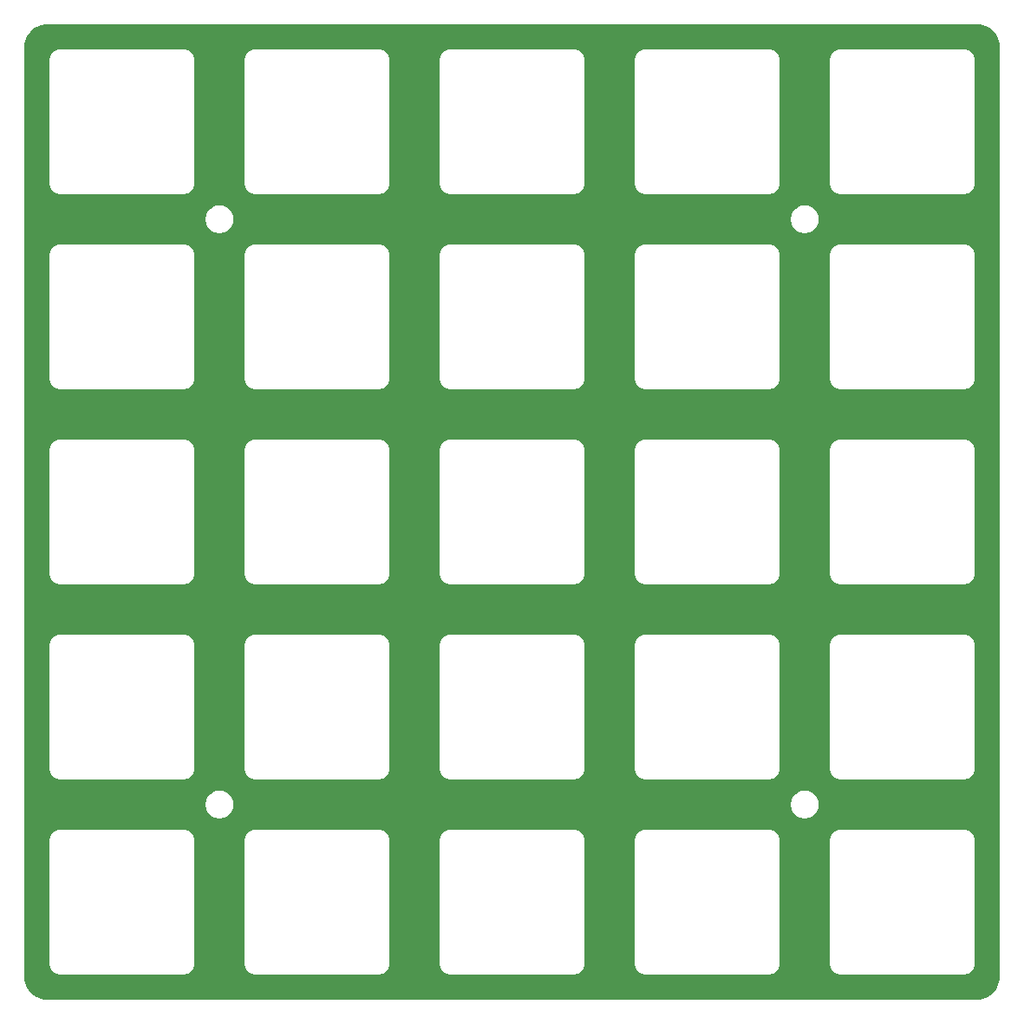
<source format=gbr>
%TF.GenerationSoftware,KiCad,Pcbnew,9.0.5-9.0.5~ubuntu24.04.1*%
%TF.CreationDate,2025-11-03T22:08:34+08:00*%
%TF.ProjectId,TPS2,54505332-2e6b-4696-9361-645f70636258,rev?*%
%TF.SameCoordinates,Original*%
%TF.FileFunction,Copper,L2,Bot*%
%TF.FilePolarity,Positive*%
%FSLAX46Y46*%
G04 Gerber Fmt 4.6, Leading zero omitted, Abs format (unit mm)*
G04 Created by KiCad (PCBNEW 9.0.5-9.0.5~ubuntu24.04.1) date 2025-11-03 22:08:34*
%MOMM*%
%LPD*%
G01*
G04 APERTURE LIST*
G04 APERTURE END LIST*
%TA.AperFunction,NonConductor*%
G36*
X181178412Y-29000636D02*
G01*
X181412005Y-29014764D01*
X181420655Y-29015594D01*
X181469080Y-29021969D01*
X181475174Y-29022927D01*
X181680020Y-29060465D01*
X181689733Y-29062653D01*
X181729978Y-29073436D01*
X181734681Y-29074798D01*
X181941233Y-29139160D01*
X181951763Y-29142973D01*
X181971464Y-29151133D01*
X181975946Y-29152990D01*
X181979380Y-29154473D01*
X182190007Y-29249267D01*
X182203265Y-29256226D01*
X182417720Y-29385867D01*
X182430044Y-29394373D01*
X182627319Y-29548927D01*
X182638527Y-29558856D01*
X182815735Y-29736062D01*
X182825665Y-29747271D01*
X182980211Y-29944534D01*
X182980217Y-29944541D01*
X182988723Y-29956864D01*
X183118370Y-30171327D01*
X183125329Y-30184586D01*
X183220127Y-30395218D01*
X183221599Y-30398626D01*
X183227013Y-30411699D01*
X183231614Y-30422806D01*
X183235436Y-30433364D01*
X183299774Y-30639834D01*
X183301163Y-30644628D01*
X183311942Y-30684852D01*
X183314137Y-30694597D01*
X183351663Y-30899376D01*
X183352633Y-30905544D01*
X183358999Y-30953904D01*
X183359834Y-30962600D01*
X183373950Y-31195959D01*
X183374176Y-31203446D01*
X183374176Y-122046158D01*
X183373950Y-122053646D01*
X183359778Y-122287897D01*
X183358943Y-122296594D01*
X183352790Y-122343330D01*
X183351820Y-122349497D01*
X183314010Y-122555817D01*
X183311815Y-122565563D01*
X183301504Y-122604038D01*
X183300115Y-122608830D01*
X183235265Y-122816942D01*
X183231439Y-122827509D01*
X183222235Y-122849727D01*
X183220751Y-122853162D01*
X183125310Y-123065221D01*
X183118351Y-123078480D01*
X182988704Y-123292938D01*
X182980198Y-123305261D01*
X182825647Y-123502528D01*
X182815717Y-123513736D01*
X182638506Y-123690944D01*
X182627298Y-123700873D01*
X182430034Y-123855417D01*
X182417711Y-123863923D01*
X182203248Y-123993569D01*
X182189988Y-124000528D01*
X181977928Y-124095964D01*
X181974491Y-124097449D01*
X181952280Y-124106649D01*
X181941717Y-124110474D01*
X181733594Y-124175325D01*
X181728799Y-124176714D01*
X181690322Y-124187024D01*
X181680578Y-124189218D01*
X181474271Y-124227023D01*
X181468105Y-124227993D01*
X181421358Y-124234147D01*
X181412660Y-124234982D01*
X181177832Y-124249185D01*
X181170346Y-124249411D01*
X90328428Y-124249411D01*
X90320941Y-124249185D01*
X90306993Y-124248341D01*
X90088653Y-124235131D01*
X90079956Y-124234296D01*
X90028543Y-124227527D01*
X90022376Y-124226557D01*
X89820461Y-124189553D01*
X89810717Y-124187358D01*
X89767258Y-124175712D01*
X89762464Y-124174323D01*
X89559096Y-124110950D01*
X89548533Y-124107125D01*
X89520703Y-124095597D01*
X89517265Y-124094112D01*
X89367400Y-124026662D01*
X89309366Y-124000543D01*
X89296112Y-123993587D01*
X89081644Y-123863935D01*
X89069320Y-123855428D01*
X88872050Y-123700875D01*
X88860843Y-123690946D01*
X88683645Y-123513748D01*
X88673715Y-123502540D01*
X88519162Y-123305267D01*
X88510660Y-123292950D01*
X88381009Y-123078480D01*
X88374054Y-123065228D01*
X88280476Y-122857308D01*
X88279012Y-122853919D01*
X88267462Y-122826036D01*
X88263652Y-122815512D01*
X88200260Y-122612083D01*
X88198895Y-122607375D01*
X88187229Y-122563836D01*
X88185048Y-122554152D01*
X88148036Y-122352189D01*
X88147068Y-122346032D01*
X88140298Y-122294610D01*
X88139468Y-122285969D01*
X88125413Y-122053630D01*
X88125188Y-122046207D01*
X88125186Y-108587397D01*
X90599195Y-108587397D01*
X90599195Y-108587398D01*
X90599198Y-108674933D01*
X90599198Y-120799730D01*
X90599210Y-120799789D01*
X90599210Y-120862425D01*
X90629607Y-121034824D01*
X90636305Y-121053228D01*
X90636304Y-121053228D01*
X90639548Y-121062141D01*
X90640300Y-121065921D01*
X90645442Y-121078335D01*
X90646365Y-121080871D01*
X90646377Y-121080901D01*
X90670375Y-121146836D01*
X90689481Y-121199330D01*
X90689485Y-121199339D01*
X90706925Y-121229546D01*
X90706926Y-121229547D01*
X90710991Y-121236588D01*
X90715511Y-121247500D01*
X90728600Y-121267090D01*
X90730633Y-121270611D01*
X90730633Y-121270614D01*
X90777006Y-121350935D01*
X90777006Y-121350936D01*
X90810044Y-121390311D01*
X90814401Y-121395504D01*
X90824700Y-121410917D01*
X90841076Y-121427293D01*
X90889530Y-121485039D01*
X90889540Y-121485051D01*
X90943151Y-121530036D01*
X90947296Y-121533514D01*
X90963673Y-121549891D01*
X90979083Y-121560187D01*
X91008994Y-121585285D01*
X91023631Y-121597568D01*
X91023646Y-121597580D01*
X91107492Y-121645989D01*
X91127089Y-121659083D01*
X91137998Y-121663602D01*
X91145016Y-121667654D01*
X91145034Y-121667664D01*
X91145033Y-121667664D01*
X91169085Y-121681550D01*
X91175256Y-121685113D01*
X91296235Y-121729146D01*
X91308666Y-121734296D01*
X91312450Y-121735048D01*
X91339691Y-121744963D01*
X91339765Y-121744990D01*
X91420225Y-121759177D01*
X91512166Y-121775389D01*
X91512168Y-121775389D01*
X103724912Y-121775389D01*
X103725078Y-121775355D01*
X103787186Y-121775358D01*
X103959590Y-121744966D01*
X103986902Y-121735026D01*
X103990686Y-121734274D01*
X104003095Y-121729132D01*
X104124098Y-121685096D01*
X104161360Y-121663583D01*
X104172266Y-121659068D01*
X104191860Y-121645975D01*
X104275709Y-121597568D01*
X104320270Y-121560177D01*
X104335684Y-121549881D01*
X104352052Y-121533511D01*
X104409818Y-121485043D01*
X104458282Y-121427286D01*
X104474659Y-121410911D01*
X104484959Y-121395495D01*
X104522348Y-121350938D01*
X104570759Y-121267088D01*
X104583852Y-121247497D01*
X104588371Y-121236585D01*
X104609881Y-121199330D01*
X104653920Y-121078335D01*
X104659064Y-121065920D01*
X104659815Y-121062139D01*
X104669757Y-121034824D01*
X104700155Y-120862421D01*
X104700154Y-120774889D01*
X104700154Y-120774389D01*
X104700154Y-108726270D01*
X104700160Y-108674933D01*
X104700167Y-108674933D01*
X104700170Y-108587399D01*
X104700170Y-108587397D01*
X109649195Y-108587397D01*
X109649195Y-108587398D01*
X109649198Y-108674933D01*
X109649198Y-120799730D01*
X109649210Y-120799789D01*
X109649210Y-120862425D01*
X109679607Y-121034824D01*
X109686305Y-121053228D01*
X109686304Y-121053228D01*
X109689548Y-121062141D01*
X109690300Y-121065921D01*
X109695442Y-121078335D01*
X109696365Y-121080871D01*
X109696377Y-121080901D01*
X109720375Y-121146836D01*
X109739481Y-121199330D01*
X109739485Y-121199339D01*
X109756925Y-121229546D01*
X109756926Y-121229547D01*
X109760991Y-121236588D01*
X109765511Y-121247500D01*
X109778600Y-121267090D01*
X109780633Y-121270611D01*
X109780633Y-121270614D01*
X109827006Y-121350935D01*
X109827006Y-121350936D01*
X109860044Y-121390311D01*
X109864401Y-121395504D01*
X109874700Y-121410917D01*
X109891076Y-121427293D01*
X109939530Y-121485039D01*
X109939540Y-121485051D01*
X109993151Y-121530036D01*
X109997296Y-121533514D01*
X110013673Y-121549891D01*
X110029083Y-121560187D01*
X110058994Y-121585285D01*
X110073631Y-121597568D01*
X110073646Y-121597580D01*
X110157492Y-121645989D01*
X110177089Y-121659083D01*
X110187998Y-121663602D01*
X110195016Y-121667654D01*
X110195034Y-121667664D01*
X110195033Y-121667664D01*
X110219085Y-121681550D01*
X110225256Y-121685113D01*
X110346235Y-121729146D01*
X110358666Y-121734296D01*
X110362450Y-121735048D01*
X110389691Y-121744963D01*
X110389765Y-121744990D01*
X110470225Y-121759177D01*
X110562166Y-121775389D01*
X110562168Y-121775389D01*
X122774912Y-121775389D01*
X122775078Y-121775355D01*
X122837186Y-121775358D01*
X123009590Y-121744966D01*
X123036902Y-121735026D01*
X123040686Y-121734274D01*
X123053095Y-121729132D01*
X123174098Y-121685096D01*
X123211360Y-121663583D01*
X123222266Y-121659068D01*
X123241860Y-121645975D01*
X123325709Y-121597568D01*
X123370270Y-121560177D01*
X123385684Y-121549881D01*
X123402052Y-121533511D01*
X123459818Y-121485043D01*
X123508282Y-121427286D01*
X123524659Y-121410911D01*
X123534959Y-121395495D01*
X123572348Y-121350938D01*
X123620759Y-121267088D01*
X123633852Y-121247497D01*
X123638371Y-121236585D01*
X123659881Y-121199330D01*
X123703920Y-121078335D01*
X123709064Y-121065920D01*
X123709815Y-121062139D01*
X123719757Y-121034824D01*
X123750155Y-120862421D01*
X123750154Y-120774889D01*
X123750154Y-120774389D01*
X123750154Y-108726270D01*
X123750160Y-108674933D01*
X123750167Y-108674933D01*
X123750170Y-108587399D01*
X123750170Y-108587397D01*
X128699195Y-108587397D01*
X128699195Y-108587398D01*
X128699198Y-108674933D01*
X128699198Y-120799730D01*
X128699210Y-120799789D01*
X128699210Y-120862425D01*
X128729607Y-121034824D01*
X128736305Y-121053228D01*
X128736304Y-121053228D01*
X128739548Y-121062141D01*
X128740300Y-121065921D01*
X128745442Y-121078335D01*
X128746365Y-121080871D01*
X128746377Y-121080901D01*
X128770375Y-121146836D01*
X128789481Y-121199330D01*
X128789485Y-121199339D01*
X128806925Y-121229546D01*
X128806926Y-121229547D01*
X128810991Y-121236588D01*
X128815511Y-121247500D01*
X128828600Y-121267090D01*
X128830633Y-121270611D01*
X128830633Y-121270614D01*
X128877006Y-121350935D01*
X128877006Y-121350936D01*
X128910044Y-121390311D01*
X128914401Y-121395504D01*
X128924700Y-121410917D01*
X128941076Y-121427293D01*
X128989530Y-121485039D01*
X128989540Y-121485051D01*
X129043151Y-121530036D01*
X129047296Y-121533514D01*
X129063673Y-121549891D01*
X129079083Y-121560187D01*
X129108994Y-121585285D01*
X129123631Y-121597568D01*
X129123646Y-121597580D01*
X129207492Y-121645989D01*
X129227089Y-121659083D01*
X129237998Y-121663602D01*
X129245016Y-121667654D01*
X129245034Y-121667664D01*
X129245033Y-121667664D01*
X129269085Y-121681550D01*
X129275256Y-121685113D01*
X129396235Y-121729146D01*
X129408666Y-121734296D01*
X129412450Y-121735048D01*
X129439691Y-121744963D01*
X129439765Y-121744990D01*
X129520225Y-121759177D01*
X129612166Y-121775389D01*
X129612168Y-121775389D01*
X141824912Y-121775389D01*
X141825078Y-121775355D01*
X141887186Y-121775358D01*
X142059590Y-121744966D01*
X142086902Y-121735026D01*
X142090686Y-121734274D01*
X142103095Y-121729132D01*
X142224098Y-121685096D01*
X142261360Y-121663583D01*
X142272266Y-121659068D01*
X142291860Y-121645975D01*
X142375709Y-121597568D01*
X142420270Y-121560177D01*
X142435684Y-121549881D01*
X142452052Y-121533511D01*
X142509818Y-121485043D01*
X142558282Y-121427286D01*
X142574659Y-121410911D01*
X142584959Y-121395495D01*
X142622348Y-121350938D01*
X142670759Y-121267088D01*
X142683852Y-121247497D01*
X142688371Y-121236585D01*
X142709881Y-121199330D01*
X142753920Y-121078335D01*
X142759064Y-121065920D01*
X142759815Y-121062139D01*
X142769757Y-121034824D01*
X142800155Y-120862421D01*
X142800154Y-120774889D01*
X142800154Y-120774389D01*
X142800154Y-108726270D01*
X142800160Y-108674933D01*
X142800167Y-108674933D01*
X142800170Y-108587399D01*
X142800170Y-108587397D01*
X147749195Y-108587397D01*
X147749195Y-108587398D01*
X147749198Y-108674933D01*
X147749198Y-120799730D01*
X147749210Y-120799789D01*
X147749210Y-120862425D01*
X147779607Y-121034824D01*
X147786305Y-121053228D01*
X147786304Y-121053228D01*
X147789548Y-121062141D01*
X147790300Y-121065921D01*
X147795442Y-121078335D01*
X147796365Y-121080871D01*
X147796377Y-121080901D01*
X147820375Y-121146836D01*
X147839481Y-121199330D01*
X147839485Y-121199339D01*
X147856925Y-121229546D01*
X147856926Y-121229547D01*
X147860991Y-121236588D01*
X147865511Y-121247500D01*
X147878600Y-121267090D01*
X147880633Y-121270611D01*
X147880633Y-121270614D01*
X147927006Y-121350935D01*
X147927006Y-121350936D01*
X147960044Y-121390311D01*
X147964401Y-121395504D01*
X147974700Y-121410917D01*
X147991076Y-121427293D01*
X148039530Y-121485039D01*
X148039540Y-121485051D01*
X148093151Y-121530036D01*
X148097296Y-121533514D01*
X148113673Y-121549891D01*
X148129083Y-121560187D01*
X148158994Y-121585285D01*
X148173631Y-121597568D01*
X148173646Y-121597580D01*
X148257492Y-121645989D01*
X148277089Y-121659083D01*
X148287998Y-121663602D01*
X148295016Y-121667654D01*
X148295034Y-121667664D01*
X148295033Y-121667664D01*
X148319085Y-121681550D01*
X148325256Y-121685113D01*
X148446235Y-121729146D01*
X148458666Y-121734296D01*
X148462450Y-121735048D01*
X148489691Y-121744963D01*
X148489765Y-121744990D01*
X148570225Y-121759177D01*
X148662166Y-121775389D01*
X148662168Y-121775389D01*
X160874912Y-121775389D01*
X160875078Y-121775355D01*
X160937186Y-121775358D01*
X161109590Y-121744966D01*
X161136902Y-121735026D01*
X161140686Y-121734274D01*
X161153095Y-121729132D01*
X161274098Y-121685096D01*
X161311360Y-121663583D01*
X161322266Y-121659068D01*
X161341860Y-121645975D01*
X161425709Y-121597568D01*
X161470270Y-121560177D01*
X161485684Y-121549881D01*
X161502052Y-121533511D01*
X161559818Y-121485043D01*
X161608282Y-121427286D01*
X161624659Y-121410911D01*
X161634959Y-121395495D01*
X161672348Y-121350938D01*
X161720759Y-121267088D01*
X161733852Y-121247497D01*
X161738371Y-121236585D01*
X161759881Y-121199330D01*
X161803920Y-121078335D01*
X161809064Y-121065920D01*
X161809815Y-121062139D01*
X161819757Y-121034824D01*
X161850155Y-120862421D01*
X161850154Y-120774889D01*
X161850154Y-120774389D01*
X161850154Y-108726270D01*
X161850160Y-108674933D01*
X161850167Y-108674933D01*
X161850170Y-108587399D01*
X161850170Y-108587397D01*
X166799195Y-108587397D01*
X166799195Y-108587398D01*
X166799198Y-108674933D01*
X166799198Y-120799730D01*
X166799210Y-120799789D01*
X166799210Y-120862425D01*
X166829607Y-121034824D01*
X166836305Y-121053228D01*
X166836304Y-121053228D01*
X166839548Y-121062141D01*
X166840300Y-121065921D01*
X166845442Y-121078335D01*
X166846365Y-121080871D01*
X166846377Y-121080901D01*
X166870375Y-121146836D01*
X166889481Y-121199330D01*
X166889485Y-121199339D01*
X166906925Y-121229546D01*
X166906926Y-121229547D01*
X166910991Y-121236588D01*
X166915511Y-121247500D01*
X166928600Y-121267090D01*
X166930633Y-121270611D01*
X166930633Y-121270614D01*
X166977006Y-121350935D01*
X166977006Y-121350936D01*
X167010044Y-121390311D01*
X167014401Y-121395504D01*
X167024700Y-121410917D01*
X167041076Y-121427293D01*
X167089530Y-121485039D01*
X167089540Y-121485051D01*
X167143151Y-121530036D01*
X167147296Y-121533514D01*
X167163673Y-121549891D01*
X167179083Y-121560187D01*
X167208994Y-121585285D01*
X167223631Y-121597568D01*
X167223646Y-121597580D01*
X167307492Y-121645989D01*
X167327089Y-121659083D01*
X167337998Y-121663602D01*
X167345016Y-121667654D01*
X167345034Y-121667664D01*
X167345033Y-121667664D01*
X167369085Y-121681550D01*
X167375256Y-121685113D01*
X167496235Y-121729146D01*
X167508666Y-121734296D01*
X167512450Y-121735048D01*
X167539691Y-121744963D01*
X167539765Y-121744990D01*
X167620225Y-121759177D01*
X167712166Y-121775389D01*
X167712168Y-121775389D01*
X179924912Y-121775389D01*
X179925078Y-121775355D01*
X179987186Y-121775358D01*
X180159590Y-121744966D01*
X180186902Y-121735026D01*
X180190686Y-121734274D01*
X180203095Y-121729132D01*
X180324098Y-121685096D01*
X180361360Y-121663583D01*
X180372266Y-121659068D01*
X180391860Y-121645975D01*
X180475709Y-121597568D01*
X180520270Y-121560177D01*
X180535684Y-121549881D01*
X180552052Y-121533511D01*
X180609818Y-121485043D01*
X180658282Y-121427286D01*
X180674659Y-121410911D01*
X180684959Y-121395495D01*
X180722348Y-121350938D01*
X180770759Y-121267088D01*
X180783852Y-121247497D01*
X180788371Y-121236585D01*
X180809881Y-121199330D01*
X180853920Y-121078335D01*
X180859064Y-121065920D01*
X180859815Y-121062139D01*
X180869757Y-121034824D01*
X180900155Y-120862421D01*
X180900154Y-120774889D01*
X180900154Y-120774389D01*
X180900154Y-108726308D01*
X180900165Y-108726270D01*
X180900166Y-108674933D01*
X180900167Y-108674933D01*
X180900170Y-108587399D01*
X180869774Y-108414990D01*
X180869773Y-108414987D01*
X180869773Y-108414985D01*
X180863084Y-108396609D01*
X180859834Y-108387679D01*
X180859082Y-108383894D01*
X180853932Y-108371462D01*
X180809900Y-108250479D01*
X180788385Y-108213213D01*
X180783870Y-108202311D01*
X180770783Y-108182726D01*
X180722367Y-108098865D01*
X180722364Y-108098861D01*
X180689325Y-108059487D01*
X180689325Y-108059488D01*
X180684970Y-108054297D01*
X180674677Y-108038891D01*
X180658306Y-108022521D01*
X180609835Y-107964756D01*
X180556217Y-107919766D01*
X180552073Y-107916288D01*
X180535699Y-107899915D01*
X180520287Y-107889617D01*
X180515106Y-107885270D01*
X180515101Y-107885266D01*
X180498487Y-107871326D01*
X180475724Y-107852226D01*
X180475721Y-107852224D01*
X180475720Y-107852223D01*
X180395397Y-107805851D01*
X180391874Y-107803817D01*
X180372278Y-107790724D01*
X180361368Y-107786205D01*
X180354325Y-107782139D01*
X180354323Y-107782137D01*
X180324116Y-107764698D01*
X180324111Y-107764696D01*
X180324109Y-107764695D01*
X180283034Y-107749746D01*
X180205676Y-107721592D01*
X180205676Y-107721591D01*
X180203102Y-107720654D01*
X180190694Y-107715515D01*
X180186916Y-107714763D01*
X180178012Y-107711523D01*
X180178007Y-107711522D01*
X180159596Y-107704822D01*
X179987189Y-107674429D01*
X179987188Y-107674429D01*
X179943421Y-107674431D01*
X179899653Y-107674433D01*
X167851095Y-107674433D01*
X167850976Y-107674398D01*
X167799698Y-107674398D01*
X167712164Y-107674398D01*
X167712163Y-107674398D01*
X167539751Y-107704799D01*
X167521343Y-107711499D01*
X167512430Y-107714742D01*
X167508659Y-107715493D01*
X167496272Y-107720623D01*
X167493700Y-107721560D01*
X167493686Y-107721566D01*
X167375250Y-107764675D01*
X167375239Y-107764681D01*
X167345028Y-107782121D01*
X167345029Y-107782122D01*
X167337981Y-107786190D01*
X167327076Y-107790708D01*
X167307499Y-107803789D01*
X167303968Y-107805828D01*
X167303956Y-107805837D01*
X167223632Y-107852214D01*
X167184254Y-107885255D01*
X167184253Y-107885254D01*
X167179049Y-107889619D01*
X167163658Y-107899905D01*
X167147308Y-107916254D01*
X167143141Y-107919752D01*
X167143135Y-107919759D01*
X167089521Y-107964749D01*
X167044540Y-108018356D01*
X167044541Y-108018357D01*
X167041055Y-108022511D01*
X167024682Y-108038885D01*
X167014384Y-108054297D01*
X167010029Y-108059488D01*
X167010027Y-108059488D01*
X166976997Y-108098856D01*
X166976992Y-108098864D01*
X166930617Y-108179186D01*
X166930618Y-108179187D01*
X166928574Y-108182726D01*
X166915492Y-108202307D01*
X166910974Y-108213213D01*
X166906909Y-108220256D01*
X166906908Y-108220258D01*
X166889464Y-108250474D01*
X166846359Y-108368907D01*
X166845420Y-108371486D01*
X166840282Y-108383892D01*
X166839531Y-108387667D01*
X166836287Y-108396581D01*
X166836287Y-108396585D01*
X166829590Y-108414988D01*
X166799195Y-108587397D01*
X161850170Y-108587397D01*
X161819774Y-108414990D01*
X161819773Y-108414987D01*
X161819773Y-108414985D01*
X161813084Y-108396609D01*
X161809834Y-108387679D01*
X161809082Y-108383894D01*
X161803932Y-108371462D01*
X161759900Y-108250479D01*
X161738385Y-108213213D01*
X161733870Y-108202311D01*
X161720783Y-108182726D01*
X161672367Y-108098865D01*
X161672364Y-108098861D01*
X161639325Y-108059487D01*
X161639325Y-108059488D01*
X161634970Y-108054297D01*
X161624677Y-108038891D01*
X161608306Y-108022521D01*
X161559835Y-107964756D01*
X161506217Y-107919766D01*
X161502073Y-107916288D01*
X161485699Y-107899915D01*
X161470287Y-107889617D01*
X161465106Y-107885270D01*
X161465101Y-107885266D01*
X161448487Y-107871326D01*
X161425724Y-107852226D01*
X161425721Y-107852224D01*
X161425720Y-107852223D01*
X161345397Y-107805851D01*
X161341874Y-107803817D01*
X161322278Y-107790724D01*
X161311368Y-107786205D01*
X161304325Y-107782139D01*
X161304323Y-107782137D01*
X161274116Y-107764698D01*
X161274111Y-107764696D01*
X161274109Y-107764695D01*
X161233034Y-107749746D01*
X161155676Y-107721592D01*
X161155676Y-107721591D01*
X161153102Y-107720654D01*
X161140694Y-107715515D01*
X161136916Y-107714763D01*
X161128012Y-107711523D01*
X161128007Y-107711522D01*
X161109596Y-107704822D01*
X160937189Y-107674429D01*
X160937188Y-107674429D01*
X160893421Y-107674431D01*
X160849653Y-107674433D01*
X148801095Y-107674433D01*
X148800976Y-107674398D01*
X148749698Y-107674398D01*
X148662164Y-107674398D01*
X148662163Y-107674398D01*
X148489751Y-107704799D01*
X148471343Y-107711499D01*
X148462430Y-107714742D01*
X148458659Y-107715493D01*
X148446272Y-107720623D01*
X148443700Y-107721560D01*
X148443686Y-107721566D01*
X148325250Y-107764675D01*
X148325239Y-107764681D01*
X148295028Y-107782121D01*
X148295029Y-107782122D01*
X148287981Y-107786190D01*
X148277076Y-107790708D01*
X148257499Y-107803789D01*
X148253968Y-107805828D01*
X148253956Y-107805837D01*
X148173632Y-107852214D01*
X148134254Y-107885255D01*
X148134253Y-107885254D01*
X148129049Y-107889619D01*
X148113658Y-107899905D01*
X148097308Y-107916254D01*
X148093141Y-107919752D01*
X148093135Y-107919759D01*
X148039521Y-107964749D01*
X147994540Y-108018356D01*
X147994541Y-108018357D01*
X147991055Y-108022511D01*
X147974682Y-108038885D01*
X147964384Y-108054297D01*
X147960029Y-108059488D01*
X147960027Y-108059488D01*
X147926997Y-108098856D01*
X147926992Y-108098864D01*
X147880617Y-108179186D01*
X147880618Y-108179187D01*
X147878574Y-108182726D01*
X147865492Y-108202307D01*
X147860974Y-108213213D01*
X147856909Y-108220256D01*
X147856908Y-108220258D01*
X147839464Y-108250474D01*
X147796359Y-108368907D01*
X147795420Y-108371486D01*
X147790282Y-108383892D01*
X147789531Y-108387667D01*
X147786287Y-108396581D01*
X147786287Y-108396585D01*
X147779590Y-108414988D01*
X147749195Y-108587397D01*
X142800170Y-108587397D01*
X142769774Y-108414990D01*
X142769773Y-108414987D01*
X142769773Y-108414985D01*
X142763084Y-108396609D01*
X142759834Y-108387679D01*
X142759082Y-108383894D01*
X142753932Y-108371462D01*
X142709900Y-108250479D01*
X142688385Y-108213213D01*
X142683870Y-108202311D01*
X142670783Y-108182726D01*
X142622367Y-108098865D01*
X142622364Y-108098861D01*
X142589325Y-108059487D01*
X142589325Y-108059488D01*
X142584970Y-108054297D01*
X142574677Y-108038891D01*
X142558306Y-108022521D01*
X142509835Y-107964756D01*
X142456217Y-107919766D01*
X142452073Y-107916288D01*
X142435699Y-107899915D01*
X142420287Y-107889617D01*
X142415106Y-107885270D01*
X142415101Y-107885266D01*
X142398487Y-107871326D01*
X142375724Y-107852226D01*
X142375721Y-107852224D01*
X142375720Y-107852223D01*
X142295397Y-107805851D01*
X142291874Y-107803817D01*
X142272278Y-107790724D01*
X142261368Y-107786205D01*
X142254325Y-107782139D01*
X142254323Y-107782137D01*
X142224116Y-107764698D01*
X142224111Y-107764696D01*
X142224109Y-107764695D01*
X142183034Y-107749746D01*
X142105676Y-107721592D01*
X142105676Y-107721591D01*
X142103102Y-107720654D01*
X142090694Y-107715515D01*
X142086916Y-107714763D01*
X142078012Y-107711523D01*
X142078007Y-107711522D01*
X142059596Y-107704822D01*
X141887189Y-107674429D01*
X141887188Y-107674429D01*
X141843421Y-107674431D01*
X141799653Y-107674433D01*
X129751095Y-107674433D01*
X129750976Y-107674398D01*
X129699698Y-107674398D01*
X129612164Y-107674398D01*
X129612163Y-107674398D01*
X129439751Y-107704799D01*
X129421343Y-107711499D01*
X129412430Y-107714742D01*
X129408659Y-107715493D01*
X129396272Y-107720623D01*
X129393700Y-107721560D01*
X129393686Y-107721566D01*
X129275250Y-107764675D01*
X129275239Y-107764681D01*
X129245028Y-107782121D01*
X129245029Y-107782122D01*
X129237981Y-107786190D01*
X129227076Y-107790708D01*
X129207499Y-107803789D01*
X129203968Y-107805828D01*
X129203956Y-107805837D01*
X129123632Y-107852214D01*
X129084254Y-107885255D01*
X129084253Y-107885254D01*
X129079049Y-107889619D01*
X129063658Y-107899905D01*
X129047308Y-107916254D01*
X129043141Y-107919752D01*
X129043135Y-107919759D01*
X128989521Y-107964749D01*
X128944540Y-108018356D01*
X128944541Y-108018357D01*
X128941055Y-108022511D01*
X128924682Y-108038885D01*
X128914384Y-108054297D01*
X128910029Y-108059488D01*
X128910027Y-108059488D01*
X128876997Y-108098856D01*
X128876992Y-108098864D01*
X128830617Y-108179186D01*
X128830618Y-108179187D01*
X128828574Y-108182726D01*
X128815492Y-108202307D01*
X128810974Y-108213213D01*
X128806909Y-108220256D01*
X128806908Y-108220258D01*
X128789464Y-108250474D01*
X128746359Y-108368907D01*
X128745420Y-108371486D01*
X128740282Y-108383892D01*
X128739531Y-108387667D01*
X128736287Y-108396581D01*
X128736287Y-108396585D01*
X128729590Y-108414988D01*
X128699195Y-108587397D01*
X123750170Y-108587397D01*
X123719774Y-108414990D01*
X123719773Y-108414987D01*
X123719773Y-108414985D01*
X123713084Y-108396609D01*
X123709834Y-108387679D01*
X123709082Y-108383894D01*
X123703932Y-108371462D01*
X123659900Y-108250479D01*
X123638385Y-108213213D01*
X123633870Y-108202311D01*
X123620783Y-108182726D01*
X123572367Y-108098865D01*
X123572364Y-108098861D01*
X123539325Y-108059487D01*
X123539325Y-108059488D01*
X123534970Y-108054297D01*
X123524677Y-108038891D01*
X123508306Y-108022521D01*
X123459835Y-107964756D01*
X123406217Y-107919766D01*
X123402073Y-107916288D01*
X123385699Y-107899915D01*
X123370287Y-107889617D01*
X123365106Y-107885270D01*
X123365101Y-107885266D01*
X123348487Y-107871326D01*
X123325724Y-107852226D01*
X123325721Y-107852224D01*
X123325720Y-107852223D01*
X123245397Y-107805851D01*
X123241874Y-107803817D01*
X123222278Y-107790724D01*
X123211368Y-107786205D01*
X123204325Y-107782139D01*
X123204323Y-107782137D01*
X123174116Y-107764698D01*
X123174111Y-107764696D01*
X123174109Y-107764695D01*
X123133034Y-107749746D01*
X123055676Y-107721592D01*
X123055676Y-107721591D01*
X123053102Y-107720654D01*
X123040694Y-107715515D01*
X123036916Y-107714763D01*
X123028012Y-107711523D01*
X123028007Y-107711522D01*
X123009596Y-107704822D01*
X122837189Y-107674429D01*
X122837188Y-107674429D01*
X122793421Y-107674431D01*
X122749653Y-107674433D01*
X110701095Y-107674433D01*
X110700976Y-107674398D01*
X110649698Y-107674398D01*
X110562164Y-107674398D01*
X110562163Y-107674398D01*
X110389751Y-107704799D01*
X110371343Y-107711499D01*
X110362430Y-107714742D01*
X110358659Y-107715493D01*
X110346272Y-107720623D01*
X110343700Y-107721560D01*
X110343686Y-107721566D01*
X110225250Y-107764675D01*
X110225239Y-107764681D01*
X110195028Y-107782121D01*
X110195029Y-107782122D01*
X110187981Y-107786190D01*
X110177076Y-107790708D01*
X110157499Y-107803789D01*
X110153968Y-107805828D01*
X110153956Y-107805837D01*
X110073632Y-107852214D01*
X110034254Y-107885255D01*
X110034253Y-107885254D01*
X110029049Y-107889619D01*
X110013658Y-107899905D01*
X109997308Y-107916254D01*
X109993141Y-107919752D01*
X109993135Y-107919759D01*
X109939521Y-107964749D01*
X109894540Y-108018356D01*
X109894541Y-108018357D01*
X109891055Y-108022511D01*
X109874682Y-108038885D01*
X109864384Y-108054297D01*
X109860029Y-108059488D01*
X109860027Y-108059488D01*
X109826997Y-108098856D01*
X109826992Y-108098864D01*
X109780617Y-108179186D01*
X109780618Y-108179187D01*
X109778574Y-108182726D01*
X109765492Y-108202307D01*
X109760974Y-108213213D01*
X109756909Y-108220256D01*
X109756908Y-108220258D01*
X109739464Y-108250474D01*
X109696359Y-108368907D01*
X109695420Y-108371486D01*
X109690282Y-108383892D01*
X109689531Y-108387667D01*
X109686287Y-108396581D01*
X109686287Y-108396585D01*
X109679590Y-108414988D01*
X109649195Y-108587397D01*
X104700170Y-108587397D01*
X104669774Y-108414990D01*
X104669773Y-108414987D01*
X104669773Y-108414985D01*
X104663084Y-108396609D01*
X104659834Y-108387679D01*
X104659082Y-108383894D01*
X104653932Y-108371462D01*
X104609900Y-108250479D01*
X104588385Y-108213213D01*
X104583870Y-108202311D01*
X104570783Y-108182726D01*
X104522367Y-108098865D01*
X104522364Y-108098861D01*
X104489325Y-108059487D01*
X104489325Y-108059488D01*
X104484970Y-108054297D01*
X104474677Y-108038891D01*
X104458306Y-108022521D01*
X104409835Y-107964756D01*
X104356217Y-107919766D01*
X104352073Y-107916288D01*
X104335699Y-107899915D01*
X104320287Y-107889617D01*
X104315106Y-107885270D01*
X104315101Y-107885266D01*
X104298487Y-107871326D01*
X104275724Y-107852226D01*
X104275721Y-107852224D01*
X104275720Y-107852223D01*
X104195397Y-107805851D01*
X104191874Y-107803817D01*
X104172278Y-107790724D01*
X104161368Y-107786205D01*
X104154325Y-107782139D01*
X104154323Y-107782137D01*
X104124116Y-107764698D01*
X104124111Y-107764696D01*
X104124109Y-107764695D01*
X104083034Y-107749746D01*
X104005676Y-107721592D01*
X104005676Y-107721591D01*
X104003102Y-107720654D01*
X103990694Y-107715515D01*
X103986916Y-107714763D01*
X103978012Y-107711523D01*
X103978007Y-107711522D01*
X103959596Y-107704822D01*
X103787189Y-107674429D01*
X103787188Y-107674429D01*
X103743421Y-107674431D01*
X103699653Y-107674433D01*
X91651095Y-107674433D01*
X91650976Y-107674398D01*
X91599698Y-107674398D01*
X91512164Y-107674398D01*
X91512163Y-107674398D01*
X91339751Y-107704799D01*
X91321343Y-107711499D01*
X91312430Y-107714742D01*
X91308659Y-107715493D01*
X91296272Y-107720623D01*
X91293700Y-107721560D01*
X91293686Y-107721566D01*
X91175250Y-107764675D01*
X91175239Y-107764681D01*
X91145028Y-107782121D01*
X91145029Y-107782122D01*
X91137981Y-107786190D01*
X91127076Y-107790708D01*
X91107499Y-107803789D01*
X91103968Y-107805828D01*
X91103956Y-107805837D01*
X91023632Y-107852214D01*
X90984254Y-107885255D01*
X90984253Y-107885254D01*
X90979049Y-107889619D01*
X90963658Y-107899905D01*
X90947308Y-107916254D01*
X90943141Y-107919752D01*
X90943135Y-107919759D01*
X90889521Y-107964749D01*
X90844540Y-108018356D01*
X90844541Y-108018357D01*
X90841055Y-108022511D01*
X90824682Y-108038885D01*
X90814384Y-108054297D01*
X90810029Y-108059488D01*
X90810027Y-108059488D01*
X90776997Y-108098856D01*
X90776992Y-108098864D01*
X90730617Y-108179186D01*
X90730618Y-108179187D01*
X90728574Y-108182726D01*
X90715492Y-108202307D01*
X90710974Y-108213213D01*
X90706909Y-108220256D01*
X90706908Y-108220258D01*
X90689464Y-108250474D01*
X90646359Y-108368907D01*
X90645420Y-108371486D01*
X90640282Y-108383892D01*
X90639531Y-108387667D01*
X90636287Y-108396581D01*
X90636287Y-108396585D01*
X90629590Y-108414988D01*
X90599195Y-108587397D01*
X88125186Y-108587397D01*
X88125186Y-105093713D01*
X105824500Y-105093713D01*
X105824500Y-105306286D01*
X105857753Y-105516239D01*
X105923444Y-105718414D01*
X106019951Y-105907820D01*
X106144890Y-106079786D01*
X106295213Y-106230109D01*
X106467179Y-106355048D01*
X106467181Y-106355049D01*
X106467184Y-106355051D01*
X106656588Y-106451557D01*
X106858757Y-106517246D01*
X107068713Y-106550500D01*
X107068714Y-106550500D01*
X107281286Y-106550500D01*
X107281287Y-106550500D01*
X107491243Y-106517246D01*
X107693412Y-106451557D01*
X107882816Y-106355051D01*
X107904789Y-106339086D01*
X108054786Y-106230109D01*
X108054788Y-106230106D01*
X108054792Y-106230104D01*
X108205104Y-106079792D01*
X108205106Y-106079788D01*
X108205109Y-106079786D01*
X108330048Y-105907820D01*
X108330047Y-105907820D01*
X108330051Y-105907816D01*
X108426557Y-105718412D01*
X108492246Y-105516243D01*
X108525500Y-105306287D01*
X108525500Y-105093713D01*
X162974500Y-105093713D01*
X162974500Y-105306286D01*
X163007753Y-105516239D01*
X163073444Y-105718414D01*
X163169951Y-105907820D01*
X163294890Y-106079786D01*
X163445213Y-106230109D01*
X163617179Y-106355048D01*
X163617181Y-106355049D01*
X163617184Y-106355051D01*
X163806588Y-106451557D01*
X164008757Y-106517246D01*
X164218713Y-106550500D01*
X164218714Y-106550500D01*
X164431286Y-106550500D01*
X164431287Y-106550500D01*
X164641243Y-106517246D01*
X164843412Y-106451557D01*
X165032816Y-106355051D01*
X165054789Y-106339086D01*
X165204786Y-106230109D01*
X165204788Y-106230106D01*
X165204792Y-106230104D01*
X165355104Y-106079792D01*
X165355106Y-106079788D01*
X165355109Y-106079786D01*
X165480048Y-105907820D01*
X165480047Y-105907820D01*
X165480051Y-105907816D01*
X165576557Y-105718412D01*
X165642246Y-105516243D01*
X165675500Y-105306287D01*
X165675500Y-105093713D01*
X165642246Y-104883757D01*
X165576557Y-104681588D01*
X165480051Y-104492184D01*
X165480049Y-104492181D01*
X165480048Y-104492179D01*
X165355109Y-104320213D01*
X165204786Y-104169890D01*
X165032820Y-104044951D01*
X164843414Y-103948444D01*
X164843413Y-103948443D01*
X164843412Y-103948443D01*
X164641243Y-103882754D01*
X164641241Y-103882753D01*
X164641240Y-103882753D01*
X164479957Y-103857208D01*
X164431287Y-103849500D01*
X164218713Y-103849500D01*
X164170042Y-103857208D01*
X164008760Y-103882753D01*
X163806585Y-103948444D01*
X163617179Y-104044951D01*
X163445213Y-104169890D01*
X163294890Y-104320213D01*
X163169951Y-104492179D01*
X163073444Y-104681585D01*
X163007753Y-104883760D01*
X162974500Y-105093713D01*
X108525500Y-105093713D01*
X108492246Y-104883757D01*
X108426557Y-104681588D01*
X108330051Y-104492184D01*
X108330049Y-104492181D01*
X108330048Y-104492179D01*
X108205109Y-104320213D01*
X108054786Y-104169890D01*
X107882820Y-104044951D01*
X107693414Y-103948444D01*
X107693413Y-103948443D01*
X107693412Y-103948443D01*
X107491243Y-103882754D01*
X107491241Y-103882753D01*
X107491240Y-103882753D01*
X107329957Y-103857208D01*
X107281287Y-103849500D01*
X107068713Y-103849500D01*
X107020042Y-103857208D01*
X106858760Y-103882753D01*
X106656585Y-103948444D01*
X106467179Y-104044951D01*
X106295213Y-104169890D01*
X106144890Y-104320213D01*
X106019951Y-104492179D01*
X105923444Y-104681585D01*
X105857753Y-104883760D01*
X105824500Y-105093713D01*
X88125186Y-105093713D01*
X88125184Y-89537397D01*
X90599195Y-89537397D01*
X90599195Y-89537398D01*
X90599198Y-89624933D01*
X90599198Y-101749730D01*
X90599210Y-101749789D01*
X90599210Y-101812425D01*
X90629607Y-101984824D01*
X90636305Y-102003228D01*
X90636304Y-102003228D01*
X90639548Y-102012141D01*
X90640300Y-102015921D01*
X90645442Y-102028335D01*
X90646365Y-102030871D01*
X90646377Y-102030901D01*
X90670375Y-102096836D01*
X90689481Y-102149330D01*
X90689485Y-102149339D01*
X90706925Y-102179546D01*
X90706926Y-102179547D01*
X90710991Y-102186588D01*
X90715511Y-102197500D01*
X90728600Y-102217090D01*
X90730633Y-102220611D01*
X90730633Y-102220614D01*
X90777006Y-102300935D01*
X90777006Y-102300936D01*
X90810044Y-102340311D01*
X90814401Y-102345504D01*
X90824700Y-102360917D01*
X90841076Y-102377293D01*
X90889540Y-102435051D01*
X90946964Y-102483236D01*
X90947296Y-102483514D01*
X90963673Y-102499891D01*
X90979083Y-102510187D01*
X91008994Y-102535285D01*
X91023631Y-102547568D01*
X91023646Y-102547580D01*
X91107492Y-102595989D01*
X91127089Y-102609083D01*
X91137998Y-102613602D01*
X91145016Y-102617654D01*
X91145034Y-102617664D01*
X91145033Y-102617664D01*
X91169085Y-102631550D01*
X91175256Y-102635113D01*
X91296235Y-102679146D01*
X91308666Y-102684296D01*
X91312450Y-102685048D01*
X91339699Y-102694966D01*
X91339765Y-102694990D01*
X91420225Y-102709177D01*
X91512166Y-102725389D01*
X91512168Y-102725389D01*
X103724912Y-102725389D01*
X103725078Y-102725355D01*
X103787186Y-102725358D01*
X103959590Y-102694966D01*
X103986902Y-102685026D01*
X103990686Y-102684274D01*
X104003095Y-102679132D01*
X104124098Y-102635096D01*
X104161360Y-102613583D01*
X104172266Y-102609068D01*
X104191860Y-102595975D01*
X104275709Y-102547568D01*
X104320270Y-102510177D01*
X104335684Y-102499881D01*
X104352052Y-102483511D01*
X104409818Y-102435043D01*
X104458282Y-102377286D01*
X104474659Y-102360911D01*
X104484959Y-102345495D01*
X104522348Y-102300938D01*
X104570759Y-102217088D01*
X104583852Y-102197497D01*
X104588371Y-102186585D01*
X104609881Y-102149330D01*
X104653920Y-102028335D01*
X104659064Y-102015920D01*
X104659815Y-102012139D01*
X104669757Y-101984824D01*
X104700155Y-101812421D01*
X104700154Y-101724889D01*
X104700154Y-101724389D01*
X104700154Y-89676270D01*
X104700160Y-89624933D01*
X104700167Y-89624933D01*
X104700170Y-89537399D01*
X104700170Y-89537397D01*
X109649195Y-89537397D01*
X109649195Y-89537398D01*
X109649198Y-89624933D01*
X109649198Y-101749730D01*
X109649210Y-101749789D01*
X109649210Y-101812425D01*
X109679607Y-101984824D01*
X109686305Y-102003228D01*
X109686304Y-102003228D01*
X109689548Y-102012141D01*
X109690300Y-102015921D01*
X109695442Y-102028335D01*
X109696365Y-102030871D01*
X109696377Y-102030901D01*
X109720375Y-102096836D01*
X109739481Y-102149330D01*
X109739485Y-102149339D01*
X109756925Y-102179546D01*
X109756926Y-102179547D01*
X109760991Y-102186588D01*
X109765511Y-102197500D01*
X109778600Y-102217090D01*
X109780633Y-102220611D01*
X109780633Y-102220614D01*
X109827006Y-102300935D01*
X109827006Y-102300936D01*
X109860044Y-102340311D01*
X109864401Y-102345504D01*
X109874700Y-102360917D01*
X109891076Y-102377293D01*
X109939540Y-102435051D01*
X109996964Y-102483236D01*
X109997296Y-102483514D01*
X110013673Y-102499891D01*
X110029083Y-102510187D01*
X110058994Y-102535285D01*
X110073631Y-102547568D01*
X110073646Y-102547580D01*
X110157492Y-102595989D01*
X110177089Y-102609083D01*
X110187998Y-102613602D01*
X110195016Y-102617654D01*
X110195034Y-102617664D01*
X110195033Y-102617664D01*
X110219085Y-102631550D01*
X110225256Y-102635113D01*
X110346235Y-102679146D01*
X110358666Y-102684296D01*
X110362450Y-102685048D01*
X110389699Y-102694966D01*
X110389765Y-102694990D01*
X110470225Y-102709177D01*
X110562166Y-102725389D01*
X110562168Y-102725389D01*
X122774912Y-102725389D01*
X122775078Y-102725355D01*
X122837186Y-102725358D01*
X123009590Y-102694966D01*
X123036902Y-102685026D01*
X123040686Y-102684274D01*
X123053095Y-102679132D01*
X123174098Y-102635096D01*
X123211360Y-102613583D01*
X123222266Y-102609068D01*
X123241860Y-102595975D01*
X123325709Y-102547568D01*
X123370270Y-102510177D01*
X123385684Y-102499881D01*
X123402052Y-102483511D01*
X123459818Y-102435043D01*
X123508282Y-102377286D01*
X123524659Y-102360911D01*
X123534959Y-102345495D01*
X123572348Y-102300938D01*
X123620759Y-102217088D01*
X123633852Y-102197497D01*
X123638371Y-102186585D01*
X123659881Y-102149330D01*
X123703920Y-102028335D01*
X123709064Y-102015920D01*
X123709815Y-102012139D01*
X123719757Y-101984824D01*
X123750155Y-101812421D01*
X123750154Y-101724889D01*
X123750154Y-101724389D01*
X123750154Y-89676270D01*
X123750160Y-89624933D01*
X123750167Y-89624933D01*
X123750170Y-89537399D01*
X123750170Y-89537397D01*
X128699195Y-89537397D01*
X128699195Y-89537398D01*
X128699198Y-89624933D01*
X128699198Y-101749730D01*
X128699210Y-101749789D01*
X128699210Y-101812425D01*
X128729607Y-101984824D01*
X128736305Y-102003228D01*
X128736304Y-102003228D01*
X128739548Y-102012141D01*
X128740300Y-102015921D01*
X128745442Y-102028335D01*
X128746365Y-102030871D01*
X128746377Y-102030901D01*
X128770375Y-102096836D01*
X128789481Y-102149330D01*
X128789485Y-102149339D01*
X128806925Y-102179546D01*
X128806926Y-102179547D01*
X128810991Y-102186588D01*
X128815511Y-102197500D01*
X128828600Y-102217090D01*
X128830633Y-102220611D01*
X128830633Y-102220614D01*
X128877006Y-102300935D01*
X128877006Y-102300936D01*
X128910044Y-102340311D01*
X128914401Y-102345504D01*
X128924700Y-102360917D01*
X128941076Y-102377293D01*
X128989540Y-102435051D01*
X129046964Y-102483236D01*
X129047296Y-102483514D01*
X129063673Y-102499891D01*
X129079083Y-102510187D01*
X129108994Y-102535285D01*
X129123631Y-102547568D01*
X129123646Y-102547580D01*
X129207492Y-102595989D01*
X129227089Y-102609083D01*
X129237998Y-102613602D01*
X129245016Y-102617654D01*
X129245034Y-102617664D01*
X129245033Y-102617664D01*
X129269085Y-102631550D01*
X129275256Y-102635113D01*
X129396235Y-102679146D01*
X129408666Y-102684296D01*
X129412450Y-102685048D01*
X129439699Y-102694966D01*
X129439765Y-102694990D01*
X129520225Y-102709177D01*
X129612166Y-102725389D01*
X129612168Y-102725389D01*
X141824912Y-102725389D01*
X141825078Y-102725355D01*
X141887186Y-102725358D01*
X142059590Y-102694966D01*
X142086902Y-102685026D01*
X142090686Y-102684274D01*
X142103095Y-102679132D01*
X142224098Y-102635096D01*
X142261360Y-102613583D01*
X142272266Y-102609068D01*
X142291860Y-102595975D01*
X142375709Y-102547568D01*
X142420270Y-102510177D01*
X142435684Y-102499881D01*
X142452052Y-102483511D01*
X142509818Y-102435043D01*
X142558282Y-102377286D01*
X142574659Y-102360911D01*
X142584959Y-102345495D01*
X142622348Y-102300938D01*
X142670759Y-102217088D01*
X142683852Y-102197497D01*
X142688371Y-102186585D01*
X142709881Y-102149330D01*
X142753920Y-102028335D01*
X142759064Y-102015920D01*
X142759815Y-102012139D01*
X142769757Y-101984824D01*
X142800155Y-101812421D01*
X142800154Y-101724889D01*
X142800154Y-101724389D01*
X142800154Y-89676270D01*
X142800160Y-89624933D01*
X142800167Y-89624933D01*
X142800170Y-89537399D01*
X142800170Y-89537397D01*
X147749195Y-89537397D01*
X147749195Y-89537398D01*
X147749198Y-89624933D01*
X147749198Y-101749730D01*
X147749210Y-101749789D01*
X147749210Y-101812425D01*
X147779607Y-101984823D01*
X147786273Y-102003137D01*
X147786273Y-102003139D01*
X147789518Y-102012056D01*
X147790288Y-102015925D01*
X147795552Y-102028635D01*
X147796485Y-102031197D01*
X147839477Y-102149322D01*
X147839481Y-102149330D01*
X147839482Y-102149332D01*
X147856921Y-102179539D01*
X147860940Y-102186499D01*
X147865499Y-102197506D01*
X147878699Y-102217262D01*
X147880732Y-102220783D01*
X147880735Y-102220787D01*
X147911730Y-102274474D01*
X147927012Y-102300943D01*
X147959836Y-102340062D01*
X147959969Y-102340220D01*
X147964321Y-102345407D01*
X147974690Y-102360925D01*
X147991170Y-102377405D01*
X148039540Y-102435051D01*
X148097185Y-102483421D01*
X148113665Y-102499901D01*
X148129172Y-102510261D01*
X148173642Y-102547577D01*
X148173650Y-102547583D01*
X148173652Y-102547584D01*
X148224450Y-102576912D01*
X148257331Y-102595896D01*
X148277083Y-102609095D01*
X148288081Y-102613650D01*
X148295117Y-102617713D01*
X148295121Y-102617715D01*
X148325250Y-102635110D01*
X148325253Y-102635111D01*
X148325256Y-102635113D01*
X148443410Y-102678118D01*
X148443409Y-102678118D01*
X148445946Y-102679041D01*
X148458663Y-102684309D01*
X148462534Y-102685079D01*
X148471310Y-102688273D01*
X148489762Y-102694989D01*
X148662166Y-102725389D01*
X148662168Y-102725389D01*
X160874912Y-102725389D01*
X160875078Y-102725355D01*
X160937186Y-102725358D01*
X161109590Y-102694966D01*
X161136688Y-102685103D01*
X161140696Y-102684308D01*
X161153861Y-102678854D01*
X161274098Y-102635096D01*
X161311124Y-102613719D01*
X161322282Y-102609099D01*
X161342315Y-102595712D01*
X161425709Y-102547568D01*
X161470017Y-102510390D01*
X161485706Y-102499909D01*
X161502363Y-102483250D01*
X161559818Y-102435043D01*
X161608032Y-102377584D01*
X161624686Y-102360933D01*
X161635163Y-102345251D01*
X161672348Y-102300938D01*
X161720498Y-102217540D01*
X161733882Y-102197513D01*
X161738499Y-102186362D01*
X161759881Y-102149330D01*
X161803645Y-102029089D01*
X161809097Y-102015930D01*
X161809892Y-102011925D01*
X161819757Y-101984824D01*
X161850155Y-101812421D01*
X161850154Y-101724889D01*
X161850154Y-101724389D01*
X161850154Y-89676270D01*
X161850160Y-89624933D01*
X161850167Y-89624933D01*
X161850170Y-89537399D01*
X161850170Y-89537397D01*
X166799195Y-89537397D01*
X166799195Y-89537398D01*
X166799198Y-89624933D01*
X166799198Y-101749730D01*
X166799210Y-101749789D01*
X166799210Y-101812425D01*
X166829607Y-101984824D01*
X166836305Y-102003228D01*
X166836304Y-102003228D01*
X166839548Y-102012141D01*
X166840300Y-102015921D01*
X166845442Y-102028335D01*
X166846365Y-102030871D01*
X166846377Y-102030901D01*
X166870375Y-102096836D01*
X166889481Y-102149330D01*
X166889485Y-102149339D01*
X166906925Y-102179546D01*
X166906926Y-102179547D01*
X166910991Y-102186588D01*
X166915511Y-102197500D01*
X166928600Y-102217090D01*
X166930633Y-102220611D01*
X166930633Y-102220614D01*
X166977006Y-102300935D01*
X166977006Y-102300936D01*
X167010044Y-102340311D01*
X167014401Y-102345504D01*
X167024700Y-102360917D01*
X167041076Y-102377293D01*
X167089540Y-102435051D01*
X167146964Y-102483236D01*
X167147296Y-102483514D01*
X167163673Y-102499891D01*
X167179083Y-102510187D01*
X167208994Y-102535285D01*
X167223631Y-102547568D01*
X167223646Y-102547580D01*
X167307492Y-102595989D01*
X167327089Y-102609083D01*
X167337998Y-102613602D01*
X167345016Y-102617654D01*
X167345034Y-102617664D01*
X167345033Y-102617664D01*
X167369085Y-102631550D01*
X167375256Y-102635113D01*
X167496235Y-102679146D01*
X167508666Y-102684296D01*
X167512450Y-102685048D01*
X167539699Y-102694966D01*
X167539765Y-102694990D01*
X167620225Y-102709177D01*
X167712166Y-102725389D01*
X167712168Y-102725389D01*
X179924912Y-102725389D01*
X179925078Y-102725355D01*
X179987186Y-102725358D01*
X180159590Y-102694966D01*
X180186902Y-102685026D01*
X180190686Y-102684274D01*
X180203095Y-102679132D01*
X180324098Y-102635096D01*
X180361360Y-102613583D01*
X180372266Y-102609068D01*
X180391860Y-102595975D01*
X180475709Y-102547568D01*
X180520270Y-102510177D01*
X180535684Y-102499881D01*
X180552052Y-102483511D01*
X180609818Y-102435043D01*
X180658282Y-102377286D01*
X180674659Y-102360911D01*
X180684959Y-102345495D01*
X180722348Y-102300938D01*
X180770759Y-102217088D01*
X180783852Y-102197497D01*
X180788371Y-102186585D01*
X180809881Y-102149330D01*
X180853920Y-102028335D01*
X180859064Y-102015920D01*
X180859815Y-102012139D01*
X180869757Y-101984824D01*
X180900155Y-101812421D01*
X180900154Y-101724889D01*
X180900154Y-101724389D01*
X180900154Y-89676308D01*
X180900165Y-89676270D01*
X180900166Y-89624933D01*
X180900167Y-89624933D01*
X180900170Y-89537399D01*
X180869774Y-89364990D01*
X180869773Y-89364987D01*
X180869773Y-89364985D01*
X180863084Y-89346609D01*
X180859834Y-89337679D01*
X180859082Y-89333894D01*
X180853932Y-89321462D01*
X180809900Y-89200479D01*
X180792405Y-89170177D01*
X180791782Y-89169097D01*
X180788385Y-89163213D01*
X180783870Y-89152311D01*
X180770783Y-89132726D01*
X180722369Y-89048868D01*
X180722368Y-89048866D01*
X180689325Y-89009487D01*
X180689325Y-89009488D01*
X180684970Y-89004297D01*
X180674677Y-88988891D01*
X180658306Y-88972521D01*
X180609835Y-88914756D01*
X180556217Y-88869766D01*
X180552073Y-88866288D01*
X180535699Y-88849915D01*
X180520287Y-88839617D01*
X180515106Y-88835270D01*
X180515101Y-88835266D01*
X180498487Y-88821326D01*
X180475724Y-88802226D01*
X180475721Y-88802224D01*
X180475720Y-88802223D01*
X180395397Y-88755851D01*
X180391874Y-88753817D01*
X180372278Y-88740724D01*
X180361368Y-88736205D01*
X180354325Y-88732139D01*
X180354323Y-88732137D01*
X180324116Y-88714698D01*
X180324111Y-88714696D01*
X180324109Y-88714695D01*
X180283034Y-88699746D01*
X180205676Y-88671592D01*
X180205676Y-88671591D01*
X180203102Y-88670654D01*
X180190694Y-88665515D01*
X180186916Y-88664763D01*
X180178012Y-88661523D01*
X180178007Y-88661522D01*
X180159596Y-88654822D01*
X179987189Y-88624429D01*
X179987188Y-88624429D01*
X179943421Y-88624431D01*
X179899653Y-88624433D01*
X167851095Y-88624433D01*
X167850976Y-88624398D01*
X167799698Y-88624398D01*
X167712164Y-88624398D01*
X167712163Y-88624398D01*
X167539751Y-88654799D01*
X167521343Y-88661499D01*
X167512430Y-88664742D01*
X167508659Y-88665493D01*
X167496272Y-88670623D01*
X167493700Y-88671560D01*
X167493686Y-88671566D01*
X167375250Y-88714675D01*
X167375239Y-88714681D01*
X167345028Y-88732121D01*
X167345029Y-88732122D01*
X167337981Y-88736190D01*
X167327076Y-88740708D01*
X167307499Y-88753789D01*
X167303968Y-88755828D01*
X167303956Y-88755837D01*
X167223632Y-88802214D01*
X167184254Y-88835255D01*
X167184253Y-88835254D01*
X167179049Y-88839619D01*
X167163658Y-88849905D01*
X167147308Y-88866254D01*
X167143141Y-88869752D01*
X167143135Y-88869759D01*
X167089521Y-88914749D01*
X167044540Y-88968356D01*
X167044541Y-88968357D01*
X167041055Y-88972511D01*
X167024682Y-88988885D01*
X167014384Y-89004297D01*
X167010029Y-89009488D01*
X167010027Y-89009488D01*
X166976997Y-89048856D01*
X166976992Y-89048864D01*
X166930617Y-89129186D01*
X166930618Y-89129187D01*
X166928574Y-89132726D01*
X166915492Y-89152307D01*
X166910974Y-89163213D01*
X166906909Y-89170256D01*
X166906908Y-89170258D01*
X166889464Y-89200474D01*
X166846359Y-89318907D01*
X166845420Y-89321486D01*
X166840282Y-89333892D01*
X166839531Y-89337667D01*
X166836287Y-89346581D01*
X166836287Y-89346585D01*
X166829590Y-89364988D01*
X166799195Y-89537397D01*
X161850170Y-89537397D01*
X161819774Y-89364990D01*
X161813083Y-89346605D01*
X161813049Y-89346512D01*
X161813048Y-89346511D01*
X161809803Y-89337595D01*
X161809069Y-89333898D01*
X161804037Y-89321750D01*
X161759900Y-89200479D01*
X161738338Y-89163132D01*
X161733859Y-89152317D01*
X161720882Y-89132896D01*
X161718852Y-89129379D01*
X161718844Y-89129367D01*
X161672369Y-89048868D01*
X161672368Y-89048867D01*
X161672367Y-89048865D01*
X161634898Y-89004212D01*
X161624667Y-88988899D01*
X161608400Y-88972633D01*
X161593767Y-88955194D01*
X161559840Y-88914761D01*
X161559837Y-88914758D01*
X161559835Y-88914756D01*
X161501961Y-88866195D01*
X161485691Y-88849925D01*
X161470370Y-88839688D01*
X161470288Y-88839619D01*
X161451903Y-88824192D01*
X161425726Y-88802227D01*
X161425723Y-88802225D01*
X161368397Y-88769129D01*
X161341714Y-88753725D01*
X161322272Y-88740735D01*
X161311448Y-88736252D01*
X161304411Y-88732189D01*
X161304409Y-88732187D01*
X161274118Y-88714699D01*
X161274119Y-88714699D01*
X161274110Y-88714695D01*
X161274109Y-88714695D01*
X161238978Y-88701909D01*
X161155393Y-88671489D01*
X161155393Y-88671488D01*
X161152833Y-88670556D01*
X161140690Y-88665527D01*
X161136990Y-88664791D01*
X161128086Y-88661551D01*
X161128079Y-88661549D01*
X161109594Y-88654822D01*
X160937189Y-88624429D01*
X160937188Y-88624429D01*
X160893421Y-88624431D01*
X160849653Y-88624433D01*
X148801095Y-88624433D01*
X148800976Y-88624398D01*
X148749698Y-88624398D01*
X148662164Y-88624398D01*
X148662163Y-88624398D01*
X148489752Y-88654799D01*
X148471136Y-88661575D01*
X148462220Y-88664819D01*
X148458669Y-88665526D01*
X148447018Y-88670351D01*
X148444438Y-88671291D01*
X148444420Y-88671299D01*
X148325249Y-88714675D01*
X148325237Y-88714681D01*
X148294798Y-88732254D01*
X148294799Y-88732255D01*
X148287751Y-88736323D01*
X148277093Y-88740739D01*
X148257945Y-88753533D01*
X148254420Y-88755569D01*
X148173631Y-88802214D01*
X148173629Y-88802215D01*
X148134009Y-88835459D01*
X148134010Y-88835460D01*
X148128818Y-88839816D01*
X148113680Y-88849932D01*
X148097593Y-88866018D01*
X148093444Y-88869501D01*
X148093441Y-88869501D01*
X148039523Y-88914747D01*
X147994283Y-88968661D01*
X147994284Y-88968662D01*
X147990792Y-88972822D01*
X147974709Y-88988907D01*
X147964593Y-89004046D01*
X147960240Y-89009235D01*
X147960236Y-89009241D01*
X147926992Y-89048862D01*
X147880352Y-89129650D01*
X147880351Y-89129649D01*
X147878303Y-89133195D01*
X147865523Y-89152324D01*
X147861111Y-89162975D01*
X147857048Y-89170014D01*
X147857043Y-89170026D01*
X147839462Y-89200478D01*
X147839458Y-89200487D01*
X147796083Y-89319665D01*
X147795142Y-89322248D01*
X147790316Y-89333902D01*
X147789610Y-89337448D01*
X147786368Y-89346358D01*
X147786368Y-89346362D01*
X147779591Y-89364983D01*
X147779589Y-89364992D01*
X147749195Y-89537397D01*
X142800170Y-89537397D01*
X142769774Y-89364990D01*
X142769773Y-89364987D01*
X142769773Y-89364985D01*
X142763084Y-89346609D01*
X142759834Y-89337679D01*
X142759082Y-89333894D01*
X142753932Y-89321462D01*
X142709900Y-89200479D01*
X142692405Y-89170177D01*
X142691782Y-89169097D01*
X142688385Y-89163213D01*
X142683870Y-89152311D01*
X142670783Y-89132726D01*
X142622369Y-89048868D01*
X142622368Y-89048866D01*
X142589325Y-89009487D01*
X142589325Y-89009488D01*
X142584970Y-89004297D01*
X142574677Y-88988891D01*
X142558306Y-88972521D01*
X142509835Y-88914756D01*
X142456217Y-88869766D01*
X142452073Y-88866288D01*
X142435699Y-88849915D01*
X142420287Y-88839617D01*
X142415106Y-88835270D01*
X142415101Y-88835266D01*
X142398487Y-88821326D01*
X142375724Y-88802226D01*
X142375721Y-88802224D01*
X142375720Y-88802223D01*
X142295397Y-88755851D01*
X142291874Y-88753817D01*
X142272278Y-88740724D01*
X142261368Y-88736205D01*
X142254325Y-88732139D01*
X142254323Y-88732137D01*
X142224116Y-88714698D01*
X142224111Y-88714696D01*
X142224109Y-88714695D01*
X142183034Y-88699746D01*
X142105676Y-88671592D01*
X142105676Y-88671591D01*
X142103102Y-88670654D01*
X142090694Y-88665515D01*
X142086916Y-88664763D01*
X142078012Y-88661523D01*
X142078007Y-88661522D01*
X142059596Y-88654822D01*
X141887189Y-88624429D01*
X141887188Y-88624429D01*
X141843421Y-88624431D01*
X141799653Y-88624433D01*
X129751095Y-88624433D01*
X129750976Y-88624398D01*
X129699698Y-88624398D01*
X129612164Y-88624398D01*
X129612163Y-88624398D01*
X129439751Y-88654799D01*
X129421343Y-88661499D01*
X129412430Y-88664742D01*
X129408659Y-88665493D01*
X129396272Y-88670623D01*
X129393700Y-88671560D01*
X129393686Y-88671566D01*
X129275250Y-88714675D01*
X129275239Y-88714681D01*
X129245028Y-88732121D01*
X129245029Y-88732122D01*
X129237981Y-88736190D01*
X129227076Y-88740708D01*
X129207499Y-88753789D01*
X129203968Y-88755828D01*
X129203956Y-88755837D01*
X129123632Y-88802214D01*
X129084254Y-88835255D01*
X129084253Y-88835254D01*
X129079049Y-88839619D01*
X129063658Y-88849905D01*
X129047308Y-88866254D01*
X129043141Y-88869752D01*
X129043135Y-88869759D01*
X128989521Y-88914749D01*
X128944540Y-88968356D01*
X128944541Y-88968357D01*
X128941055Y-88972511D01*
X128924682Y-88988885D01*
X128914384Y-89004297D01*
X128910029Y-89009488D01*
X128910027Y-89009488D01*
X128876997Y-89048856D01*
X128876992Y-89048864D01*
X128830617Y-89129186D01*
X128830618Y-89129187D01*
X128828574Y-89132726D01*
X128815492Y-89152307D01*
X128810974Y-89163213D01*
X128806909Y-89170256D01*
X128806908Y-89170258D01*
X128789464Y-89200474D01*
X128746359Y-89318907D01*
X128745420Y-89321486D01*
X128740282Y-89333892D01*
X128739531Y-89337667D01*
X128736287Y-89346581D01*
X128736287Y-89346585D01*
X128729590Y-89364988D01*
X128699195Y-89537397D01*
X123750170Y-89537397D01*
X123719774Y-89364990D01*
X123719773Y-89364987D01*
X123719773Y-89364985D01*
X123713084Y-89346609D01*
X123709834Y-89337679D01*
X123709082Y-89333894D01*
X123703932Y-89321462D01*
X123659900Y-89200479D01*
X123642405Y-89170177D01*
X123641782Y-89169097D01*
X123638385Y-89163213D01*
X123633870Y-89152311D01*
X123620783Y-89132726D01*
X123572369Y-89048868D01*
X123572368Y-89048866D01*
X123539325Y-89009487D01*
X123539325Y-89009488D01*
X123534970Y-89004297D01*
X123524677Y-88988891D01*
X123508306Y-88972521D01*
X123459835Y-88914756D01*
X123406217Y-88869766D01*
X123402073Y-88866288D01*
X123385699Y-88849915D01*
X123370287Y-88839617D01*
X123365106Y-88835270D01*
X123365101Y-88835266D01*
X123348487Y-88821326D01*
X123325724Y-88802226D01*
X123325721Y-88802224D01*
X123325720Y-88802223D01*
X123245397Y-88755851D01*
X123241874Y-88753817D01*
X123222278Y-88740724D01*
X123211368Y-88736205D01*
X123204325Y-88732139D01*
X123204323Y-88732137D01*
X123174116Y-88714698D01*
X123174111Y-88714696D01*
X123174109Y-88714695D01*
X123133034Y-88699746D01*
X123055676Y-88671592D01*
X123055676Y-88671591D01*
X123053102Y-88670654D01*
X123040694Y-88665515D01*
X123036916Y-88664763D01*
X123028012Y-88661523D01*
X123028007Y-88661522D01*
X123009596Y-88654822D01*
X122837189Y-88624429D01*
X122837188Y-88624429D01*
X122793421Y-88624431D01*
X122749653Y-88624433D01*
X110701095Y-88624433D01*
X110700976Y-88624398D01*
X110649698Y-88624398D01*
X110562164Y-88624398D01*
X110562163Y-88624398D01*
X110389751Y-88654799D01*
X110371343Y-88661499D01*
X110362430Y-88664742D01*
X110358659Y-88665493D01*
X110346272Y-88670623D01*
X110343700Y-88671560D01*
X110343686Y-88671566D01*
X110225250Y-88714675D01*
X110225239Y-88714681D01*
X110195028Y-88732121D01*
X110195029Y-88732122D01*
X110187981Y-88736190D01*
X110177076Y-88740708D01*
X110157499Y-88753789D01*
X110153968Y-88755828D01*
X110153956Y-88755837D01*
X110073632Y-88802214D01*
X110034254Y-88835255D01*
X110034253Y-88835254D01*
X110029049Y-88839619D01*
X110013658Y-88849905D01*
X109997308Y-88866254D01*
X109993141Y-88869752D01*
X109993135Y-88869759D01*
X109939521Y-88914749D01*
X109894540Y-88968356D01*
X109894541Y-88968357D01*
X109891055Y-88972511D01*
X109874682Y-88988885D01*
X109864384Y-89004297D01*
X109860029Y-89009488D01*
X109860027Y-89009488D01*
X109826997Y-89048856D01*
X109826992Y-89048864D01*
X109780617Y-89129186D01*
X109780618Y-89129187D01*
X109778574Y-89132726D01*
X109765492Y-89152307D01*
X109760974Y-89163213D01*
X109756909Y-89170256D01*
X109756908Y-89170258D01*
X109739464Y-89200474D01*
X109696359Y-89318907D01*
X109695420Y-89321486D01*
X109690282Y-89333892D01*
X109689531Y-89337667D01*
X109686287Y-89346581D01*
X109686287Y-89346585D01*
X109679590Y-89364988D01*
X109649195Y-89537397D01*
X104700170Y-89537397D01*
X104669774Y-89364990D01*
X104669773Y-89364987D01*
X104669773Y-89364985D01*
X104663084Y-89346609D01*
X104659834Y-89337679D01*
X104659082Y-89333894D01*
X104653932Y-89321462D01*
X104609900Y-89200479D01*
X104592405Y-89170177D01*
X104591782Y-89169097D01*
X104588385Y-89163213D01*
X104583870Y-89152311D01*
X104570783Y-89132726D01*
X104522369Y-89048868D01*
X104522368Y-89048866D01*
X104489325Y-89009487D01*
X104489325Y-89009488D01*
X104484970Y-89004297D01*
X104474677Y-88988891D01*
X104458306Y-88972521D01*
X104409835Y-88914756D01*
X104356217Y-88869766D01*
X104352073Y-88866288D01*
X104335699Y-88849915D01*
X104320287Y-88839617D01*
X104315106Y-88835270D01*
X104315101Y-88835266D01*
X104298487Y-88821326D01*
X104275724Y-88802226D01*
X104275721Y-88802224D01*
X104275720Y-88802223D01*
X104195397Y-88755851D01*
X104191874Y-88753817D01*
X104172278Y-88740724D01*
X104161368Y-88736205D01*
X104154325Y-88732139D01*
X104154323Y-88732137D01*
X104124116Y-88714698D01*
X104124111Y-88714696D01*
X104124109Y-88714695D01*
X104083034Y-88699746D01*
X104005676Y-88671592D01*
X104005676Y-88671591D01*
X104003102Y-88670654D01*
X103990694Y-88665515D01*
X103986916Y-88664763D01*
X103978012Y-88661523D01*
X103978007Y-88661522D01*
X103959596Y-88654822D01*
X103787189Y-88624429D01*
X103787188Y-88624429D01*
X103743421Y-88624431D01*
X103699653Y-88624433D01*
X91651095Y-88624433D01*
X91650976Y-88624398D01*
X91599698Y-88624398D01*
X91512164Y-88624398D01*
X91512163Y-88624398D01*
X91339751Y-88654799D01*
X91321343Y-88661499D01*
X91312430Y-88664742D01*
X91308659Y-88665493D01*
X91296272Y-88670623D01*
X91293700Y-88671560D01*
X91293686Y-88671566D01*
X91175250Y-88714675D01*
X91175239Y-88714681D01*
X91145028Y-88732121D01*
X91145029Y-88732122D01*
X91137981Y-88736190D01*
X91127076Y-88740708D01*
X91107499Y-88753789D01*
X91103968Y-88755828D01*
X91103956Y-88755837D01*
X91023632Y-88802214D01*
X90984254Y-88835255D01*
X90984253Y-88835254D01*
X90979049Y-88839619D01*
X90963658Y-88849905D01*
X90947308Y-88866254D01*
X90943141Y-88869752D01*
X90943135Y-88869759D01*
X90889521Y-88914749D01*
X90844540Y-88968356D01*
X90844541Y-88968357D01*
X90841055Y-88972511D01*
X90824682Y-88988885D01*
X90814384Y-89004297D01*
X90810029Y-89009488D01*
X90810027Y-89009488D01*
X90776997Y-89048856D01*
X90776992Y-89048864D01*
X90730617Y-89129186D01*
X90730618Y-89129187D01*
X90728574Y-89132726D01*
X90715492Y-89152307D01*
X90710974Y-89163213D01*
X90706909Y-89170256D01*
X90706908Y-89170258D01*
X90689464Y-89200474D01*
X90646359Y-89318907D01*
X90645420Y-89321486D01*
X90640282Y-89333892D01*
X90639531Y-89337667D01*
X90636287Y-89346581D01*
X90636287Y-89346585D01*
X90629590Y-89364988D01*
X90599195Y-89537397D01*
X88125184Y-89537397D01*
X88125181Y-70487397D01*
X90599195Y-70487397D01*
X90599195Y-70487398D01*
X90599198Y-70574933D01*
X90599198Y-82699730D01*
X90599210Y-82699789D01*
X90599210Y-82762425D01*
X90629607Y-82934824D01*
X90636305Y-82953228D01*
X90636304Y-82953228D01*
X90639548Y-82962141D01*
X90640300Y-82965921D01*
X90645442Y-82978335D01*
X90646365Y-82980871D01*
X90646377Y-82980901D01*
X90670375Y-83046836D01*
X90689481Y-83099330D01*
X90689485Y-83099339D01*
X90706925Y-83129546D01*
X90706926Y-83129547D01*
X90710991Y-83136588D01*
X90715511Y-83147500D01*
X90728600Y-83167090D01*
X90730633Y-83170611D01*
X90730633Y-83170614D01*
X90777006Y-83250935D01*
X90777006Y-83250936D01*
X90810044Y-83290311D01*
X90814401Y-83295504D01*
X90824700Y-83310917D01*
X90841076Y-83327293D01*
X90889540Y-83385051D01*
X90946964Y-83433236D01*
X90947296Y-83433514D01*
X90963673Y-83449891D01*
X90979083Y-83460187D01*
X91008994Y-83485285D01*
X91023631Y-83497568D01*
X91023646Y-83497580D01*
X91107492Y-83545989D01*
X91127089Y-83559083D01*
X91137998Y-83563602D01*
X91145016Y-83567654D01*
X91145034Y-83567664D01*
X91145033Y-83567664D01*
X91169085Y-83581550D01*
X91175256Y-83585113D01*
X91296235Y-83629146D01*
X91308666Y-83634296D01*
X91312450Y-83635048D01*
X91339699Y-83644966D01*
X91339765Y-83644990D01*
X91420225Y-83659177D01*
X91512166Y-83675389D01*
X91512168Y-83675389D01*
X103724912Y-83675389D01*
X103725078Y-83675355D01*
X103787186Y-83675358D01*
X103959590Y-83644966D01*
X103986902Y-83635026D01*
X103990686Y-83634274D01*
X104003095Y-83629132D01*
X104124098Y-83585096D01*
X104161360Y-83563583D01*
X104172266Y-83559068D01*
X104191860Y-83545975D01*
X104275709Y-83497568D01*
X104320270Y-83460177D01*
X104335684Y-83449881D01*
X104352052Y-83433511D01*
X104409818Y-83385043D01*
X104458282Y-83327286D01*
X104474659Y-83310911D01*
X104484959Y-83295495D01*
X104522348Y-83250938D01*
X104570759Y-83167088D01*
X104583852Y-83147497D01*
X104588371Y-83136585D01*
X104609881Y-83099330D01*
X104653920Y-82978335D01*
X104659064Y-82965920D01*
X104659815Y-82962139D01*
X104669757Y-82934824D01*
X104700155Y-82762421D01*
X104700154Y-82674889D01*
X104700154Y-82674389D01*
X104700154Y-70626270D01*
X104700160Y-70574933D01*
X104700167Y-70574933D01*
X104700170Y-70487399D01*
X104700170Y-70487397D01*
X109649195Y-70487397D01*
X109649195Y-70487398D01*
X109649198Y-70574933D01*
X109649198Y-82699730D01*
X109649210Y-82699789D01*
X109649210Y-82762425D01*
X109679607Y-82934824D01*
X109686305Y-82953228D01*
X109686304Y-82953228D01*
X109689548Y-82962141D01*
X109690300Y-82965921D01*
X109695442Y-82978335D01*
X109696365Y-82980871D01*
X109696377Y-82980901D01*
X109720375Y-83046836D01*
X109739481Y-83099330D01*
X109739485Y-83099339D01*
X109756925Y-83129546D01*
X109756926Y-83129547D01*
X109760991Y-83136588D01*
X109765511Y-83147500D01*
X109778600Y-83167090D01*
X109780633Y-83170611D01*
X109780633Y-83170614D01*
X109827006Y-83250935D01*
X109827006Y-83250936D01*
X109860044Y-83290311D01*
X109864401Y-83295504D01*
X109874700Y-83310917D01*
X109891076Y-83327293D01*
X109939540Y-83385051D01*
X109996964Y-83433236D01*
X109997296Y-83433514D01*
X110013673Y-83449891D01*
X110029083Y-83460187D01*
X110058994Y-83485285D01*
X110073631Y-83497568D01*
X110073646Y-83497580D01*
X110157492Y-83545989D01*
X110177089Y-83559083D01*
X110187998Y-83563602D01*
X110195016Y-83567654D01*
X110195034Y-83567664D01*
X110195033Y-83567664D01*
X110219085Y-83581550D01*
X110225256Y-83585113D01*
X110346235Y-83629146D01*
X110358666Y-83634296D01*
X110362450Y-83635048D01*
X110389699Y-83644966D01*
X110389765Y-83644990D01*
X110470225Y-83659177D01*
X110562166Y-83675389D01*
X110562168Y-83675389D01*
X122774912Y-83675389D01*
X122775078Y-83675355D01*
X122837186Y-83675358D01*
X123009590Y-83644966D01*
X123036902Y-83635026D01*
X123040686Y-83634274D01*
X123053095Y-83629132D01*
X123174098Y-83585096D01*
X123211360Y-83563583D01*
X123222266Y-83559068D01*
X123241860Y-83545975D01*
X123325709Y-83497568D01*
X123370270Y-83460177D01*
X123385684Y-83449881D01*
X123402052Y-83433511D01*
X123459818Y-83385043D01*
X123508282Y-83327286D01*
X123524659Y-83310911D01*
X123534959Y-83295495D01*
X123572348Y-83250938D01*
X123620759Y-83167088D01*
X123633852Y-83147497D01*
X123638371Y-83136585D01*
X123659881Y-83099330D01*
X123703920Y-82978335D01*
X123709064Y-82965920D01*
X123709815Y-82962139D01*
X123719757Y-82934824D01*
X123750155Y-82762421D01*
X123750154Y-82674889D01*
X123750154Y-82674389D01*
X123750154Y-70626270D01*
X123750160Y-70574933D01*
X123750167Y-70574933D01*
X123750170Y-70487399D01*
X123750170Y-70487397D01*
X128699195Y-70487397D01*
X128699195Y-70487398D01*
X128699198Y-70574933D01*
X128699198Y-82699730D01*
X128699210Y-82699789D01*
X128699210Y-82762425D01*
X128729607Y-82934824D01*
X128736305Y-82953228D01*
X128736304Y-82953228D01*
X128739548Y-82962141D01*
X128740300Y-82965921D01*
X128745442Y-82978335D01*
X128746365Y-82980871D01*
X128746377Y-82980901D01*
X128770375Y-83046836D01*
X128789481Y-83099330D01*
X128789485Y-83099339D01*
X128806925Y-83129546D01*
X128806926Y-83129547D01*
X128810991Y-83136588D01*
X128815511Y-83147500D01*
X128828600Y-83167090D01*
X128830633Y-83170611D01*
X128830633Y-83170614D01*
X128877006Y-83250935D01*
X128877006Y-83250936D01*
X128910044Y-83290311D01*
X128914401Y-83295504D01*
X128924700Y-83310917D01*
X128941076Y-83327293D01*
X128989540Y-83385051D01*
X129046964Y-83433236D01*
X129047296Y-83433514D01*
X129063673Y-83449891D01*
X129079083Y-83460187D01*
X129108994Y-83485285D01*
X129123631Y-83497568D01*
X129123646Y-83497580D01*
X129207492Y-83545989D01*
X129227089Y-83559083D01*
X129237998Y-83563602D01*
X129245016Y-83567654D01*
X129245034Y-83567664D01*
X129245033Y-83567664D01*
X129269085Y-83581550D01*
X129275256Y-83585113D01*
X129396235Y-83629146D01*
X129408666Y-83634296D01*
X129412450Y-83635048D01*
X129439699Y-83644966D01*
X129439765Y-83644990D01*
X129520225Y-83659177D01*
X129612166Y-83675389D01*
X129612168Y-83675389D01*
X141824912Y-83675389D01*
X141825078Y-83675355D01*
X141887186Y-83675358D01*
X142059590Y-83644966D01*
X142086902Y-83635026D01*
X142090686Y-83634274D01*
X142103095Y-83629132D01*
X142224098Y-83585096D01*
X142261360Y-83563583D01*
X142272266Y-83559068D01*
X142291860Y-83545975D01*
X142375709Y-83497568D01*
X142420270Y-83460177D01*
X142435684Y-83449881D01*
X142452052Y-83433511D01*
X142509818Y-83385043D01*
X142558282Y-83327286D01*
X142574659Y-83310911D01*
X142584959Y-83295495D01*
X142622348Y-83250938D01*
X142670759Y-83167088D01*
X142683852Y-83147497D01*
X142688371Y-83136585D01*
X142709881Y-83099330D01*
X142753920Y-82978335D01*
X142759064Y-82965920D01*
X142759815Y-82962139D01*
X142769757Y-82934824D01*
X142800155Y-82762421D01*
X142800154Y-82674889D01*
X142800154Y-82674389D01*
X142800154Y-70626270D01*
X142800160Y-70574933D01*
X142800167Y-70574933D01*
X142800170Y-70487399D01*
X142800170Y-70487397D01*
X147749195Y-70487397D01*
X147749195Y-70487398D01*
X147749198Y-70574933D01*
X147749198Y-82699730D01*
X147749210Y-82699789D01*
X147749210Y-82762425D01*
X147779607Y-82934823D01*
X147786273Y-82953137D01*
X147786273Y-82953139D01*
X147789518Y-82962056D01*
X147790288Y-82965925D01*
X147795552Y-82978635D01*
X147796485Y-82981197D01*
X147839477Y-83099322D01*
X147839481Y-83099330D01*
X147839482Y-83099332D01*
X147856921Y-83129539D01*
X147860940Y-83136499D01*
X147865499Y-83147506D01*
X147878699Y-83167262D01*
X147880732Y-83170783D01*
X147880735Y-83170787D01*
X147911730Y-83224474D01*
X147927012Y-83250943D01*
X147959836Y-83290062D01*
X147959969Y-83290220D01*
X147964321Y-83295407D01*
X147974690Y-83310925D01*
X147991170Y-83327405D01*
X148039540Y-83385051D01*
X148097185Y-83433421D01*
X148113665Y-83449901D01*
X148129172Y-83460261D01*
X148173642Y-83497577D01*
X148173650Y-83497583D01*
X148173652Y-83497584D01*
X148224450Y-83526912D01*
X148257331Y-83545896D01*
X148277083Y-83559095D01*
X148288081Y-83563650D01*
X148295117Y-83567713D01*
X148295121Y-83567715D01*
X148325250Y-83585110D01*
X148325253Y-83585111D01*
X148325256Y-83585113D01*
X148443410Y-83628118D01*
X148443409Y-83628118D01*
X148445946Y-83629041D01*
X148458663Y-83634309D01*
X148462534Y-83635079D01*
X148471310Y-83638273D01*
X148489762Y-83644989D01*
X148662166Y-83675389D01*
X148662168Y-83675389D01*
X160874912Y-83675389D01*
X160875078Y-83675355D01*
X160937186Y-83675358D01*
X161109590Y-83644966D01*
X161136688Y-83635103D01*
X161140696Y-83634308D01*
X161153861Y-83628854D01*
X161274098Y-83585096D01*
X161311124Y-83563719D01*
X161322282Y-83559099D01*
X161342315Y-83545712D01*
X161425709Y-83497568D01*
X161470017Y-83460390D01*
X161485706Y-83449909D01*
X161502363Y-83433250D01*
X161559818Y-83385043D01*
X161608032Y-83327584D01*
X161624686Y-83310933D01*
X161635163Y-83295251D01*
X161672348Y-83250938D01*
X161720498Y-83167540D01*
X161733882Y-83147513D01*
X161738499Y-83136362D01*
X161759881Y-83099330D01*
X161803645Y-82979089D01*
X161809097Y-82965930D01*
X161809892Y-82961925D01*
X161819757Y-82934824D01*
X161850155Y-82762421D01*
X161850154Y-82674889D01*
X161850154Y-82674389D01*
X161850154Y-70626270D01*
X161850160Y-70574933D01*
X161850167Y-70574933D01*
X161850170Y-70487399D01*
X161850170Y-70487397D01*
X166799195Y-70487397D01*
X166799195Y-70487398D01*
X166799198Y-70574933D01*
X166799198Y-82699730D01*
X166799210Y-82699789D01*
X166799210Y-82762425D01*
X166829607Y-82934824D01*
X166836305Y-82953228D01*
X166836304Y-82953228D01*
X166839548Y-82962141D01*
X166840300Y-82965921D01*
X166845442Y-82978335D01*
X166846365Y-82980871D01*
X166846377Y-82980901D01*
X166870375Y-83046836D01*
X166889481Y-83099330D01*
X166889485Y-83099339D01*
X166906925Y-83129546D01*
X166906926Y-83129547D01*
X166910991Y-83136588D01*
X166915511Y-83147500D01*
X166928600Y-83167090D01*
X166930633Y-83170611D01*
X166930633Y-83170614D01*
X166977006Y-83250935D01*
X166977006Y-83250936D01*
X167010044Y-83290311D01*
X167014401Y-83295504D01*
X167024700Y-83310917D01*
X167041076Y-83327293D01*
X167089540Y-83385051D01*
X167146964Y-83433236D01*
X167147296Y-83433514D01*
X167163673Y-83449891D01*
X167179083Y-83460187D01*
X167208994Y-83485285D01*
X167223631Y-83497568D01*
X167223646Y-83497580D01*
X167307492Y-83545989D01*
X167327089Y-83559083D01*
X167337998Y-83563602D01*
X167345016Y-83567654D01*
X167345034Y-83567664D01*
X167345033Y-83567664D01*
X167369085Y-83581550D01*
X167375256Y-83585113D01*
X167496235Y-83629146D01*
X167508666Y-83634296D01*
X167512450Y-83635048D01*
X167539699Y-83644966D01*
X167539765Y-83644990D01*
X167620225Y-83659177D01*
X167712166Y-83675389D01*
X167712168Y-83675389D01*
X179924912Y-83675389D01*
X179925078Y-83675355D01*
X179987186Y-83675358D01*
X180159590Y-83644966D01*
X180186902Y-83635026D01*
X180190686Y-83634274D01*
X180203095Y-83629132D01*
X180324098Y-83585096D01*
X180361360Y-83563583D01*
X180372266Y-83559068D01*
X180391860Y-83545975D01*
X180475709Y-83497568D01*
X180520270Y-83460177D01*
X180535684Y-83449881D01*
X180552052Y-83433511D01*
X180609818Y-83385043D01*
X180658282Y-83327286D01*
X180674659Y-83310911D01*
X180684959Y-83295495D01*
X180722348Y-83250938D01*
X180770759Y-83167088D01*
X180783852Y-83147497D01*
X180788371Y-83136585D01*
X180809881Y-83099330D01*
X180853920Y-82978335D01*
X180859064Y-82965920D01*
X180859815Y-82962139D01*
X180869757Y-82934824D01*
X180900155Y-82762421D01*
X180900154Y-82674889D01*
X180900154Y-82674389D01*
X180900154Y-70626308D01*
X180900165Y-70626270D01*
X180900166Y-70574933D01*
X180900167Y-70574933D01*
X180900170Y-70487399D01*
X180869774Y-70314990D01*
X180869773Y-70314987D01*
X180869773Y-70314985D01*
X180863084Y-70296609D01*
X180859834Y-70287679D01*
X180859082Y-70283894D01*
X180853932Y-70271462D01*
X180809900Y-70150479D01*
X180792405Y-70120177D01*
X180791782Y-70119097D01*
X180788385Y-70113213D01*
X180783870Y-70102311D01*
X180770783Y-70082726D01*
X180722369Y-69998868D01*
X180722368Y-69998866D01*
X180689325Y-69959487D01*
X180689325Y-69959488D01*
X180684970Y-69954297D01*
X180674677Y-69938891D01*
X180658306Y-69922521D01*
X180609835Y-69864756D01*
X180556217Y-69819766D01*
X180552073Y-69816288D01*
X180535699Y-69799915D01*
X180520287Y-69789617D01*
X180515106Y-69785270D01*
X180515101Y-69785266D01*
X180498487Y-69771326D01*
X180475724Y-69752226D01*
X180475721Y-69752224D01*
X180475720Y-69752223D01*
X180395397Y-69705851D01*
X180391874Y-69703817D01*
X180372278Y-69690724D01*
X180361368Y-69686205D01*
X180354325Y-69682139D01*
X180354323Y-69682137D01*
X180324116Y-69664698D01*
X180324111Y-69664696D01*
X180324109Y-69664695D01*
X180283034Y-69649746D01*
X180205676Y-69621592D01*
X180205676Y-69621591D01*
X180203102Y-69620654D01*
X180190694Y-69615515D01*
X180186916Y-69614763D01*
X180178012Y-69611523D01*
X180178007Y-69611522D01*
X180159596Y-69604822D01*
X179987189Y-69574429D01*
X179987188Y-69574429D01*
X179943421Y-69574431D01*
X179899653Y-69574433D01*
X167851095Y-69574433D01*
X167850976Y-69574398D01*
X167799698Y-69574398D01*
X167712164Y-69574398D01*
X167712163Y-69574398D01*
X167539751Y-69604799D01*
X167521343Y-69611499D01*
X167512430Y-69614742D01*
X167508659Y-69615493D01*
X167496272Y-69620623D01*
X167493700Y-69621560D01*
X167493686Y-69621566D01*
X167375250Y-69664675D01*
X167375239Y-69664681D01*
X167345028Y-69682121D01*
X167345029Y-69682122D01*
X167337981Y-69686190D01*
X167327076Y-69690708D01*
X167307499Y-69703789D01*
X167303968Y-69705828D01*
X167303956Y-69705837D01*
X167223632Y-69752214D01*
X167184254Y-69785255D01*
X167184253Y-69785254D01*
X167179049Y-69789619D01*
X167163658Y-69799905D01*
X167147308Y-69816254D01*
X167143141Y-69819752D01*
X167143135Y-69819759D01*
X167089521Y-69864749D01*
X167044540Y-69918356D01*
X167044541Y-69918357D01*
X167041055Y-69922511D01*
X167024682Y-69938885D01*
X167014384Y-69954297D01*
X167010029Y-69959488D01*
X167010027Y-69959488D01*
X166976997Y-69998856D01*
X166976992Y-69998864D01*
X166930617Y-70079186D01*
X166930618Y-70079187D01*
X166928574Y-70082726D01*
X166915492Y-70102307D01*
X166910974Y-70113213D01*
X166906909Y-70120256D01*
X166906908Y-70120258D01*
X166889464Y-70150474D01*
X166846359Y-70268907D01*
X166845420Y-70271486D01*
X166840282Y-70283892D01*
X166839531Y-70287667D01*
X166836287Y-70296581D01*
X166836287Y-70296585D01*
X166829590Y-70314988D01*
X166799195Y-70487397D01*
X161850170Y-70487397D01*
X161819774Y-70314990D01*
X161813083Y-70296605D01*
X161813049Y-70296512D01*
X161813048Y-70296511D01*
X161809803Y-70287595D01*
X161809069Y-70283898D01*
X161804037Y-70271750D01*
X161759900Y-70150479D01*
X161738338Y-70113132D01*
X161733859Y-70102317D01*
X161720882Y-70082896D01*
X161718852Y-70079379D01*
X161718844Y-70079367D01*
X161672369Y-69998868D01*
X161672368Y-69998867D01*
X161672367Y-69998865D01*
X161634898Y-69954212D01*
X161624667Y-69938899D01*
X161608400Y-69922633D01*
X161593767Y-69905194D01*
X161559840Y-69864761D01*
X161559837Y-69864758D01*
X161559835Y-69864756D01*
X161501961Y-69816195D01*
X161485691Y-69799925D01*
X161470370Y-69789688D01*
X161470288Y-69789619D01*
X161451903Y-69774192D01*
X161425726Y-69752227D01*
X161425723Y-69752225D01*
X161368397Y-69719129D01*
X161341714Y-69703725D01*
X161322272Y-69690735D01*
X161311448Y-69686252D01*
X161304411Y-69682189D01*
X161304409Y-69682187D01*
X161274118Y-69664699D01*
X161274119Y-69664699D01*
X161274110Y-69664695D01*
X161274109Y-69664695D01*
X161238978Y-69651909D01*
X161155393Y-69621489D01*
X161155393Y-69621488D01*
X161152833Y-69620556D01*
X161140690Y-69615527D01*
X161136990Y-69614791D01*
X161128086Y-69611551D01*
X161128079Y-69611549D01*
X161109594Y-69604822D01*
X160937189Y-69574429D01*
X160937188Y-69574429D01*
X160893421Y-69574431D01*
X160849653Y-69574433D01*
X148801095Y-69574433D01*
X148800976Y-69574398D01*
X148749698Y-69574398D01*
X148662164Y-69574398D01*
X148662163Y-69574398D01*
X148489752Y-69604799D01*
X148471136Y-69611575D01*
X148462220Y-69614819D01*
X148458669Y-69615526D01*
X148447018Y-69620351D01*
X148444438Y-69621291D01*
X148444420Y-69621299D01*
X148325249Y-69664675D01*
X148325237Y-69664681D01*
X148294798Y-69682254D01*
X148294799Y-69682255D01*
X148287751Y-69686323D01*
X148277093Y-69690739D01*
X148257945Y-69703533D01*
X148254420Y-69705569D01*
X148173631Y-69752214D01*
X148173629Y-69752215D01*
X148134009Y-69785459D01*
X148134010Y-69785460D01*
X148128818Y-69789816D01*
X148113680Y-69799932D01*
X148097593Y-69816018D01*
X148093444Y-69819501D01*
X148093441Y-69819501D01*
X148039523Y-69864747D01*
X147994283Y-69918661D01*
X147994284Y-69918662D01*
X147990792Y-69922822D01*
X147974709Y-69938907D01*
X147964593Y-69954046D01*
X147960240Y-69959235D01*
X147960236Y-69959241D01*
X147926992Y-69998862D01*
X147880352Y-70079650D01*
X147880351Y-70079649D01*
X147878303Y-70083195D01*
X147865523Y-70102324D01*
X147861111Y-70112975D01*
X147857048Y-70120014D01*
X147857043Y-70120026D01*
X147839462Y-70150478D01*
X147839458Y-70150487D01*
X147796083Y-70269665D01*
X147795142Y-70272248D01*
X147790316Y-70283902D01*
X147789610Y-70287448D01*
X147786368Y-70296358D01*
X147786368Y-70296362D01*
X147779591Y-70314983D01*
X147779589Y-70314992D01*
X147749195Y-70487397D01*
X142800170Y-70487397D01*
X142769774Y-70314990D01*
X142769773Y-70314987D01*
X142769773Y-70314985D01*
X142763084Y-70296609D01*
X142759834Y-70287679D01*
X142759082Y-70283894D01*
X142753932Y-70271462D01*
X142709900Y-70150479D01*
X142692405Y-70120177D01*
X142691782Y-70119097D01*
X142688385Y-70113213D01*
X142683870Y-70102311D01*
X142670783Y-70082726D01*
X142622369Y-69998868D01*
X142622368Y-69998866D01*
X142589325Y-69959487D01*
X142589325Y-69959488D01*
X142584970Y-69954297D01*
X142574677Y-69938891D01*
X142558306Y-69922521D01*
X142509835Y-69864756D01*
X142456217Y-69819766D01*
X142452073Y-69816288D01*
X142435699Y-69799915D01*
X142420287Y-69789617D01*
X142415106Y-69785270D01*
X142415101Y-69785266D01*
X142398487Y-69771326D01*
X142375724Y-69752226D01*
X142375721Y-69752224D01*
X142375720Y-69752223D01*
X142295397Y-69705851D01*
X142291874Y-69703817D01*
X142272278Y-69690724D01*
X142261368Y-69686205D01*
X142254325Y-69682139D01*
X142254323Y-69682137D01*
X142224116Y-69664698D01*
X142224111Y-69664696D01*
X142224109Y-69664695D01*
X142183034Y-69649746D01*
X142105676Y-69621592D01*
X142105676Y-69621591D01*
X142103102Y-69620654D01*
X142090694Y-69615515D01*
X142086916Y-69614763D01*
X142078012Y-69611523D01*
X142078007Y-69611522D01*
X142059596Y-69604822D01*
X141887189Y-69574429D01*
X141887188Y-69574429D01*
X141843421Y-69574431D01*
X141799653Y-69574433D01*
X129751095Y-69574433D01*
X129750976Y-69574398D01*
X129699698Y-69574398D01*
X129612164Y-69574398D01*
X129612163Y-69574398D01*
X129439751Y-69604799D01*
X129421343Y-69611499D01*
X129412430Y-69614742D01*
X129408659Y-69615493D01*
X129396272Y-69620623D01*
X129393700Y-69621560D01*
X129393686Y-69621566D01*
X129275250Y-69664675D01*
X129275239Y-69664681D01*
X129245028Y-69682121D01*
X129245029Y-69682122D01*
X129237981Y-69686190D01*
X129227076Y-69690708D01*
X129207499Y-69703789D01*
X129203968Y-69705828D01*
X129203956Y-69705837D01*
X129123632Y-69752214D01*
X129084254Y-69785255D01*
X129084253Y-69785254D01*
X129079049Y-69789619D01*
X129063658Y-69799905D01*
X129047308Y-69816254D01*
X129043141Y-69819752D01*
X129043135Y-69819759D01*
X128989521Y-69864749D01*
X128944540Y-69918356D01*
X128944541Y-69918357D01*
X128941055Y-69922511D01*
X128924682Y-69938885D01*
X128914384Y-69954297D01*
X128910029Y-69959488D01*
X128910027Y-69959488D01*
X128876997Y-69998856D01*
X128876992Y-69998864D01*
X128830617Y-70079186D01*
X128830618Y-70079187D01*
X128828574Y-70082726D01*
X128815492Y-70102307D01*
X128810974Y-70113213D01*
X128806909Y-70120256D01*
X128806908Y-70120258D01*
X128789464Y-70150474D01*
X128746359Y-70268907D01*
X128745420Y-70271486D01*
X128740282Y-70283892D01*
X128739531Y-70287667D01*
X128736287Y-70296581D01*
X128736287Y-70296585D01*
X128729590Y-70314988D01*
X128699195Y-70487397D01*
X123750170Y-70487397D01*
X123719774Y-70314990D01*
X123719773Y-70314987D01*
X123719773Y-70314985D01*
X123713084Y-70296609D01*
X123709834Y-70287679D01*
X123709082Y-70283894D01*
X123703932Y-70271462D01*
X123659900Y-70150479D01*
X123642405Y-70120177D01*
X123641782Y-70119097D01*
X123638385Y-70113213D01*
X123633870Y-70102311D01*
X123620783Y-70082726D01*
X123572369Y-69998868D01*
X123572368Y-69998866D01*
X123539325Y-69959487D01*
X123539325Y-69959488D01*
X123534970Y-69954297D01*
X123524677Y-69938891D01*
X123508306Y-69922521D01*
X123459835Y-69864756D01*
X123406217Y-69819766D01*
X123402073Y-69816288D01*
X123385699Y-69799915D01*
X123370287Y-69789617D01*
X123365106Y-69785270D01*
X123365101Y-69785266D01*
X123348487Y-69771326D01*
X123325724Y-69752226D01*
X123325721Y-69752224D01*
X123325720Y-69752223D01*
X123245397Y-69705851D01*
X123241874Y-69703817D01*
X123222278Y-69690724D01*
X123211368Y-69686205D01*
X123204325Y-69682139D01*
X123204323Y-69682137D01*
X123174116Y-69664698D01*
X123174111Y-69664696D01*
X123174109Y-69664695D01*
X123133034Y-69649746D01*
X123055676Y-69621592D01*
X123055676Y-69621591D01*
X123053102Y-69620654D01*
X123040694Y-69615515D01*
X123036916Y-69614763D01*
X123028012Y-69611523D01*
X123028007Y-69611522D01*
X123009596Y-69604822D01*
X122837189Y-69574429D01*
X122837188Y-69574429D01*
X122793421Y-69574431D01*
X122749653Y-69574433D01*
X110701095Y-69574433D01*
X110700976Y-69574398D01*
X110649698Y-69574398D01*
X110562164Y-69574398D01*
X110562163Y-69574398D01*
X110389751Y-69604799D01*
X110371343Y-69611499D01*
X110362430Y-69614742D01*
X110358659Y-69615493D01*
X110346272Y-69620623D01*
X110343700Y-69621560D01*
X110343686Y-69621566D01*
X110225250Y-69664675D01*
X110225239Y-69664681D01*
X110195028Y-69682121D01*
X110195029Y-69682122D01*
X110187981Y-69686190D01*
X110177076Y-69690708D01*
X110157499Y-69703789D01*
X110153968Y-69705828D01*
X110153956Y-69705837D01*
X110073632Y-69752214D01*
X110034254Y-69785255D01*
X110034253Y-69785254D01*
X110029049Y-69789619D01*
X110013658Y-69799905D01*
X109997308Y-69816254D01*
X109993141Y-69819752D01*
X109993135Y-69819759D01*
X109939521Y-69864749D01*
X109894540Y-69918356D01*
X109894541Y-69918357D01*
X109891055Y-69922511D01*
X109874682Y-69938885D01*
X109864384Y-69954297D01*
X109860029Y-69959488D01*
X109860027Y-69959488D01*
X109826997Y-69998856D01*
X109826992Y-69998864D01*
X109780617Y-70079186D01*
X109780618Y-70079187D01*
X109778574Y-70082726D01*
X109765492Y-70102307D01*
X109760974Y-70113213D01*
X109756909Y-70120256D01*
X109756908Y-70120258D01*
X109739464Y-70150474D01*
X109696359Y-70268907D01*
X109695420Y-70271486D01*
X109690282Y-70283892D01*
X109689531Y-70287667D01*
X109686287Y-70296581D01*
X109686287Y-70296585D01*
X109679590Y-70314988D01*
X109649195Y-70487397D01*
X104700170Y-70487397D01*
X104669774Y-70314990D01*
X104669773Y-70314987D01*
X104669773Y-70314985D01*
X104663084Y-70296609D01*
X104659834Y-70287679D01*
X104659082Y-70283894D01*
X104653932Y-70271462D01*
X104609900Y-70150479D01*
X104592405Y-70120177D01*
X104591782Y-70119097D01*
X104588385Y-70113213D01*
X104583870Y-70102311D01*
X104570783Y-70082726D01*
X104522369Y-69998868D01*
X104522368Y-69998866D01*
X104489325Y-69959487D01*
X104489325Y-69959488D01*
X104484970Y-69954297D01*
X104474677Y-69938891D01*
X104458306Y-69922521D01*
X104409835Y-69864756D01*
X104356217Y-69819766D01*
X104352073Y-69816288D01*
X104335699Y-69799915D01*
X104320287Y-69789617D01*
X104315106Y-69785270D01*
X104315101Y-69785266D01*
X104298487Y-69771326D01*
X104275724Y-69752226D01*
X104275721Y-69752224D01*
X104275720Y-69752223D01*
X104195397Y-69705851D01*
X104191874Y-69703817D01*
X104172278Y-69690724D01*
X104161368Y-69686205D01*
X104154325Y-69682139D01*
X104154323Y-69682137D01*
X104124116Y-69664698D01*
X104124111Y-69664696D01*
X104124109Y-69664695D01*
X104083034Y-69649746D01*
X104005676Y-69621592D01*
X104005676Y-69621591D01*
X104003102Y-69620654D01*
X103990694Y-69615515D01*
X103986916Y-69614763D01*
X103978012Y-69611523D01*
X103978007Y-69611522D01*
X103959596Y-69604822D01*
X103787189Y-69574429D01*
X103787188Y-69574429D01*
X103743421Y-69574431D01*
X103699653Y-69574433D01*
X91651095Y-69574433D01*
X91650976Y-69574398D01*
X91599698Y-69574398D01*
X91512164Y-69574398D01*
X91512163Y-69574398D01*
X91339751Y-69604799D01*
X91321343Y-69611499D01*
X91312430Y-69614742D01*
X91308659Y-69615493D01*
X91296272Y-69620623D01*
X91293700Y-69621560D01*
X91293686Y-69621566D01*
X91175250Y-69664675D01*
X91175239Y-69664681D01*
X91145028Y-69682121D01*
X91145029Y-69682122D01*
X91137981Y-69686190D01*
X91127076Y-69690708D01*
X91107499Y-69703789D01*
X91103968Y-69705828D01*
X91103956Y-69705837D01*
X91023632Y-69752214D01*
X90984254Y-69785255D01*
X90984253Y-69785254D01*
X90979049Y-69789619D01*
X90963658Y-69799905D01*
X90947308Y-69816254D01*
X90943141Y-69819752D01*
X90943135Y-69819759D01*
X90889521Y-69864749D01*
X90844540Y-69918356D01*
X90844541Y-69918357D01*
X90841055Y-69922511D01*
X90824682Y-69938885D01*
X90814384Y-69954297D01*
X90810029Y-69959488D01*
X90810027Y-69959488D01*
X90776997Y-69998856D01*
X90776992Y-69998864D01*
X90730617Y-70079186D01*
X90730618Y-70079187D01*
X90728574Y-70082726D01*
X90715492Y-70102307D01*
X90710974Y-70113213D01*
X90706909Y-70120256D01*
X90706908Y-70120258D01*
X90689464Y-70150474D01*
X90646359Y-70268907D01*
X90645420Y-70271486D01*
X90640282Y-70283892D01*
X90639531Y-70287667D01*
X90636287Y-70296581D01*
X90636287Y-70296585D01*
X90629590Y-70314988D01*
X90599195Y-70487397D01*
X88125181Y-70487397D01*
X88125179Y-51437397D01*
X90599195Y-51437397D01*
X90599195Y-51437398D01*
X90599198Y-51524933D01*
X90599198Y-63649730D01*
X90599210Y-63649789D01*
X90599210Y-63712425D01*
X90629607Y-63884824D01*
X90636305Y-63903228D01*
X90636304Y-63903228D01*
X90639548Y-63912141D01*
X90640300Y-63915921D01*
X90645442Y-63928335D01*
X90646365Y-63930871D01*
X90646377Y-63930901D01*
X90670375Y-63996836D01*
X90689481Y-64049330D01*
X90689485Y-64049339D01*
X90706925Y-64079546D01*
X90706926Y-64079547D01*
X90710991Y-64086588D01*
X90715511Y-64097500D01*
X90728600Y-64117090D01*
X90730633Y-64120611D01*
X90730633Y-64120614D01*
X90777006Y-64200935D01*
X90777006Y-64200936D01*
X90810044Y-64240311D01*
X90814401Y-64245504D01*
X90824700Y-64260917D01*
X90841076Y-64277293D01*
X90889530Y-64335039D01*
X90889540Y-64335051D01*
X90943151Y-64380036D01*
X90947296Y-64383514D01*
X90963673Y-64399891D01*
X90979083Y-64410187D01*
X91008994Y-64435285D01*
X91023631Y-64447568D01*
X91023646Y-64447580D01*
X91107492Y-64495989D01*
X91127089Y-64509083D01*
X91137998Y-64513602D01*
X91145016Y-64517654D01*
X91145034Y-64517664D01*
X91145033Y-64517664D01*
X91169085Y-64531550D01*
X91175256Y-64535113D01*
X91296235Y-64579146D01*
X91308666Y-64584296D01*
X91312450Y-64585048D01*
X91339691Y-64594963D01*
X91339765Y-64594990D01*
X91420225Y-64609177D01*
X91512166Y-64625389D01*
X91512168Y-64625389D01*
X103724912Y-64625389D01*
X103725078Y-64625355D01*
X103787186Y-64625358D01*
X103959590Y-64594966D01*
X103986902Y-64585026D01*
X103990686Y-64584274D01*
X104003095Y-64579132D01*
X104124098Y-64535096D01*
X104161360Y-64513583D01*
X104172266Y-64509068D01*
X104191860Y-64495975D01*
X104275709Y-64447568D01*
X104320270Y-64410177D01*
X104335684Y-64399881D01*
X104352052Y-64383511D01*
X104409818Y-64335043D01*
X104458282Y-64277286D01*
X104474659Y-64260911D01*
X104484959Y-64245495D01*
X104522348Y-64200938D01*
X104570759Y-64117088D01*
X104583852Y-64097497D01*
X104588371Y-64086585D01*
X104609881Y-64049330D01*
X104653920Y-63928335D01*
X104659064Y-63915920D01*
X104659815Y-63912139D01*
X104669757Y-63884824D01*
X104700155Y-63712421D01*
X104700154Y-63624889D01*
X104700154Y-63624389D01*
X104700154Y-51576270D01*
X104700160Y-51524933D01*
X104700167Y-51524933D01*
X104700170Y-51437399D01*
X104700170Y-51437397D01*
X109649195Y-51437397D01*
X109649195Y-51437398D01*
X109649198Y-51524933D01*
X109649198Y-63649730D01*
X109649210Y-63649789D01*
X109649210Y-63712425D01*
X109679607Y-63884824D01*
X109686305Y-63903228D01*
X109686304Y-63903228D01*
X109689548Y-63912141D01*
X109690300Y-63915921D01*
X109695442Y-63928335D01*
X109696365Y-63930871D01*
X109696377Y-63930901D01*
X109720375Y-63996836D01*
X109739481Y-64049330D01*
X109739485Y-64049339D01*
X109756925Y-64079546D01*
X109756926Y-64079547D01*
X109760991Y-64086588D01*
X109765511Y-64097500D01*
X109778600Y-64117090D01*
X109780633Y-64120611D01*
X109780633Y-64120614D01*
X109827006Y-64200935D01*
X109827006Y-64200936D01*
X109860044Y-64240311D01*
X109864401Y-64245504D01*
X109874700Y-64260917D01*
X109891076Y-64277293D01*
X109939530Y-64335039D01*
X109939540Y-64335051D01*
X109993151Y-64380036D01*
X109997296Y-64383514D01*
X110013673Y-64399891D01*
X110029083Y-64410187D01*
X110058994Y-64435285D01*
X110073631Y-64447568D01*
X110073646Y-64447580D01*
X110157492Y-64495989D01*
X110177089Y-64509083D01*
X110187998Y-64513602D01*
X110195016Y-64517654D01*
X110195034Y-64517664D01*
X110195033Y-64517664D01*
X110219085Y-64531550D01*
X110225256Y-64535113D01*
X110346235Y-64579146D01*
X110358666Y-64584296D01*
X110362450Y-64585048D01*
X110389691Y-64594963D01*
X110389765Y-64594990D01*
X110470225Y-64609177D01*
X110562166Y-64625389D01*
X110562168Y-64625389D01*
X122774912Y-64625389D01*
X122775078Y-64625355D01*
X122837186Y-64625358D01*
X123009590Y-64594966D01*
X123036902Y-64585026D01*
X123040686Y-64584274D01*
X123053095Y-64579132D01*
X123174098Y-64535096D01*
X123211360Y-64513583D01*
X123222266Y-64509068D01*
X123241860Y-64495975D01*
X123325709Y-64447568D01*
X123370270Y-64410177D01*
X123385684Y-64399881D01*
X123402052Y-64383511D01*
X123459818Y-64335043D01*
X123508282Y-64277286D01*
X123524659Y-64260911D01*
X123534959Y-64245495D01*
X123572348Y-64200938D01*
X123620759Y-64117088D01*
X123633852Y-64097497D01*
X123638371Y-64086585D01*
X123659881Y-64049330D01*
X123703920Y-63928335D01*
X123709064Y-63915920D01*
X123709815Y-63912139D01*
X123719757Y-63884824D01*
X123750155Y-63712421D01*
X123750154Y-63624889D01*
X123750154Y-63624389D01*
X123750154Y-51576270D01*
X123750160Y-51524933D01*
X123750167Y-51524933D01*
X123750170Y-51437399D01*
X123750170Y-51437397D01*
X128699195Y-51437397D01*
X128699195Y-51437398D01*
X128699198Y-51524933D01*
X128699198Y-63649730D01*
X128699210Y-63649789D01*
X128699210Y-63712425D01*
X128729607Y-63884824D01*
X128736305Y-63903228D01*
X128736304Y-63903228D01*
X128739548Y-63912141D01*
X128740300Y-63915921D01*
X128745442Y-63928335D01*
X128746365Y-63930871D01*
X128746377Y-63930901D01*
X128770375Y-63996836D01*
X128789481Y-64049330D01*
X128789485Y-64049339D01*
X128806925Y-64079546D01*
X128806926Y-64079547D01*
X128810991Y-64086588D01*
X128815511Y-64097500D01*
X128828600Y-64117090D01*
X128830633Y-64120611D01*
X128830633Y-64120614D01*
X128877006Y-64200935D01*
X128877006Y-64200936D01*
X128910044Y-64240311D01*
X128914401Y-64245504D01*
X128924700Y-64260917D01*
X128941076Y-64277293D01*
X128989530Y-64335039D01*
X128989540Y-64335051D01*
X129043151Y-64380036D01*
X129047296Y-64383514D01*
X129063673Y-64399891D01*
X129079083Y-64410187D01*
X129108994Y-64435285D01*
X129123631Y-64447568D01*
X129123646Y-64447580D01*
X129207492Y-64495989D01*
X129227089Y-64509083D01*
X129237998Y-64513602D01*
X129245016Y-64517654D01*
X129245034Y-64517664D01*
X129245033Y-64517664D01*
X129269085Y-64531550D01*
X129275256Y-64535113D01*
X129396235Y-64579146D01*
X129408666Y-64584296D01*
X129412450Y-64585048D01*
X129439691Y-64594963D01*
X129439765Y-64594990D01*
X129520225Y-64609177D01*
X129612166Y-64625389D01*
X129612168Y-64625389D01*
X141824912Y-64625389D01*
X141825078Y-64625355D01*
X141887186Y-64625358D01*
X142059590Y-64594966D01*
X142086902Y-64585026D01*
X142090686Y-64584274D01*
X142103095Y-64579132D01*
X142224098Y-64535096D01*
X142261360Y-64513583D01*
X142272266Y-64509068D01*
X142291860Y-64495975D01*
X142375709Y-64447568D01*
X142420270Y-64410177D01*
X142435684Y-64399881D01*
X142452052Y-64383511D01*
X142509818Y-64335043D01*
X142558282Y-64277286D01*
X142574659Y-64260911D01*
X142584959Y-64245495D01*
X142622348Y-64200938D01*
X142670759Y-64117088D01*
X142683852Y-64097497D01*
X142688371Y-64086585D01*
X142709881Y-64049330D01*
X142753920Y-63928335D01*
X142759064Y-63915920D01*
X142759815Y-63912139D01*
X142769757Y-63884824D01*
X142800155Y-63712421D01*
X142800154Y-63624889D01*
X142800154Y-63624389D01*
X142800154Y-51576270D01*
X142800160Y-51524933D01*
X142800167Y-51524933D01*
X142800170Y-51437399D01*
X142800170Y-51437397D01*
X147749195Y-51437397D01*
X147749195Y-51437398D01*
X147749198Y-51524933D01*
X147749198Y-63649730D01*
X147749210Y-63649789D01*
X147749210Y-63712425D01*
X147779607Y-63884824D01*
X147786305Y-63903228D01*
X147786304Y-63903228D01*
X147789548Y-63912141D01*
X147790300Y-63915921D01*
X147795442Y-63928335D01*
X147796365Y-63930871D01*
X147796377Y-63930901D01*
X147820375Y-63996836D01*
X147839481Y-64049330D01*
X147839485Y-64049339D01*
X147856925Y-64079546D01*
X147856926Y-64079547D01*
X147860991Y-64086588D01*
X147865511Y-64097500D01*
X147878600Y-64117090D01*
X147880633Y-64120611D01*
X147880633Y-64120614D01*
X147927006Y-64200935D01*
X147927006Y-64200936D01*
X147960044Y-64240311D01*
X147964401Y-64245504D01*
X147974700Y-64260917D01*
X147991076Y-64277293D01*
X148039530Y-64335039D01*
X148039540Y-64335051D01*
X148093151Y-64380036D01*
X148097296Y-64383514D01*
X148113673Y-64399891D01*
X148129083Y-64410187D01*
X148158994Y-64435285D01*
X148173631Y-64447568D01*
X148173646Y-64447580D01*
X148257492Y-64495989D01*
X148277089Y-64509083D01*
X148287998Y-64513602D01*
X148295016Y-64517654D01*
X148295034Y-64517664D01*
X148295033Y-64517664D01*
X148319085Y-64531550D01*
X148325256Y-64535113D01*
X148446235Y-64579146D01*
X148458666Y-64584296D01*
X148462450Y-64585048D01*
X148489691Y-64594963D01*
X148489765Y-64594990D01*
X148570225Y-64609177D01*
X148662166Y-64625389D01*
X148662168Y-64625389D01*
X160874912Y-64625389D01*
X160875078Y-64625355D01*
X160937186Y-64625358D01*
X161109590Y-64594966D01*
X161136902Y-64585026D01*
X161140686Y-64584274D01*
X161153095Y-64579132D01*
X161274098Y-64535096D01*
X161311360Y-64513583D01*
X161322266Y-64509068D01*
X161341860Y-64495975D01*
X161425709Y-64447568D01*
X161470270Y-64410177D01*
X161485684Y-64399881D01*
X161502052Y-64383511D01*
X161559818Y-64335043D01*
X161608282Y-64277286D01*
X161624659Y-64260911D01*
X161634959Y-64245495D01*
X161672348Y-64200938D01*
X161720759Y-64117088D01*
X161733852Y-64097497D01*
X161738371Y-64086585D01*
X161759881Y-64049330D01*
X161803920Y-63928335D01*
X161809064Y-63915920D01*
X161809815Y-63912139D01*
X161819757Y-63884824D01*
X161850155Y-63712421D01*
X161850154Y-63624889D01*
X161850154Y-63624389D01*
X161850154Y-51576270D01*
X161850160Y-51524933D01*
X161850167Y-51524933D01*
X161850170Y-51437399D01*
X161850170Y-51437397D01*
X166799195Y-51437397D01*
X166799195Y-51437398D01*
X166799198Y-51524933D01*
X166799198Y-63649730D01*
X166799210Y-63649789D01*
X166799210Y-63712425D01*
X166829607Y-63884824D01*
X166836305Y-63903228D01*
X166836304Y-63903228D01*
X166839548Y-63912141D01*
X166840300Y-63915921D01*
X166845442Y-63928335D01*
X166846365Y-63930871D01*
X166846377Y-63930901D01*
X166870375Y-63996836D01*
X166889481Y-64049330D01*
X166889485Y-64049339D01*
X166906925Y-64079546D01*
X166906926Y-64079547D01*
X166910991Y-64086588D01*
X166915511Y-64097500D01*
X166928600Y-64117090D01*
X166930633Y-64120611D01*
X166930633Y-64120614D01*
X166977006Y-64200935D01*
X166977006Y-64200936D01*
X167010044Y-64240311D01*
X167014401Y-64245504D01*
X167024700Y-64260917D01*
X167041076Y-64277293D01*
X167089530Y-64335039D01*
X167089540Y-64335051D01*
X167143151Y-64380036D01*
X167147296Y-64383514D01*
X167163673Y-64399891D01*
X167179083Y-64410187D01*
X167208994Y-64435285D01*
X167223631Y-64447568D01*
X167223646Y-64447580D01*
X167307492Y-64495989D01*
X167327089Y-64509083D01*
X167337998Y-64513602D01*
X167345016Y-64517654D01*
X167345034Y-64517664D01*
X167345033Y-64517664D01*
X167369085Y-64531550D01*
X167375256Y-64535113D01*
X167496235Y-64579146D01*
X167508666Y-64584296D01*
X167512450Y-64585048D01*
X167539691Y-64594963D01*
X167539765Y-64594990D01*
X167620225Y-64609177D01*
X167712166Y-64625389D01*
X167712168Y-64625389D01*
X179924912Y-64625389D01*
X179925078Y-64625355D01*
X179987186Y-64625358D01*
X180159590Y-64594966D01*
X180186902Y-64585026D01*
X180190686Y-64584274D01*
X180203095Y-64579132D01*
X180324098Y-64535096D01*
X180361360Y-64513583D01*
X180372266Y-64509068D01*
X180391860Y-64495975D01*
X180475709Y-64447568D01*
X180520270Y-64410177D01*
X180535684Y-64399881D01*
X180552052Y-64383511D01*
X180609818Y-64335043D01*
X180658282Y-64277286D01*
X180674659Y-64260911D01*
X180684959Y-64245495D01*
X180722348Y-64200938D01*
X180770759Y-64117088D01*
X180783852Y-64097497D01*
X180788371Y-64086585D01*
X180809881Y-64049330D01*
X180853920Y-63928335D01*
X180859064Y-63915920D01*
X180859815Y-63912139D01*
X180869757Y-63884824D01*
X180900155Y-63712421D01*
X180900154Y-63624889D01*
X180900154Y-63624389D01*
X180900154Y-51576308D01*
X180900165Y-51576270D01*
X180900166Y-51524933D01*
X180900167Y-51524933D01*
X180900170Y-51437399D01*
X180869774Y-51264990D01*
X180869773Y-51264987D01*
X180869773Y-51264985D01*
X180863084Y-51246609D01*
X180859834Y-51237679D01*
X180859082Y-51233894D01*
X180853932Y-51221462D01*
X180809900Y-51100479D01*
X180788385Y-51063213D01*
X180783870Y-51052311D01*
X180770783Y-51032726D01*
X180722367Y-50948865D01*
X180722364Y-50948861D01*
X180689325Y-50909487D01*
X180689325Y-50909488D01*
X180684970Y-50904297D01*
X180674677Y-50888891D01*
X180658306Y-50872521D01*
X180609835Y-50814756D01*
X180556217Y-50769766D01*
X180552073Y-50766288D01*
X180535699Y-50749915D01*
X180520287Y-50739617D01*
X180515106Y-50735270D01*
X180515101Y-50735266D01*
X180498487Y-50721326D01*
X180475724Y-50702226D01*
X180475721Y-50702224D01*
X180475720Y-50702223D01*
X180395397Y-50655851D01*
X180391874Y-50653817D01*
X180372278Y-50640724D01*
X180361368Y-50636205D01*
X180354325Y-50632139D01*
X180354323Y-50632137D01*
X180324116Y-50614698D01*
X180324111Y-50614696D01*
X180324109Y-50614695D01*
X180283034Y-50599746D01*
X180205676Y-50571592D01*
X180205676Y-50571591D01*
X180203102Y-50570654D01*
X180190694Y-50565515D01*
X180186916Y-50564763D01*
X180178012Y-50561523D01*
X180178007Y-50561522D01*
X180159596Y-50554822D01*
X179987189Y-50524429D01*
X179987188Y-50524429D01*
X179943421Y-50524431D01*
X179899653Y-50524433D01*
X167851095Y-50524433D01*
X167850976Y-50524398D01*
X167799698Y-50524398D01*
X167712164Y-50524398D01*
X167712163Y-50524398D01*
X167539751Y-50554799D01*
X167521343Y-50561499D01*
X167512430Y-50564742D01*
X167508659Y-50565493D01*
X167496272Y-50570623D01*
X167493700Y-50571560D01*
X167493686Y-50571566D01*
X167375250Y-50614675D01*
X167375239Y-50614681D01*
X167345028Y-50632121D01*
X167345029Y-50632122D01*
X167337981Y-50636190D01*
X167327076Y-50640708D01*
X167307499Y-50653789D01*
X167303968Y-50655828D01*
X167303956Y-50655837D01*
X167223632Y-50702214D01*
X167184254Y-50735255D01*
X167184253Y-50735254D01*
X167179049Y-50739619D01*
X167163658Y-50749905D01*
X167147308Y-50766254D01*
X167143141Y-50769752D01*
X167143135Y-50769759D01*
X167089521Y-50814749D01*
X167044540Y-50868356D01*
X167044541Y-50868357D01*
X167041055Y-50872511D01*
X167024682Y-50888885D01*
X167014384Y-50904297D01*
X167010029Y-50909488D01*
X167010027Y-50909488D01*
X166976997Y-50948856D01*
X166976992Y-50948864D01*
X166930617Y-51029186D01*
X166930618Y-51029187D01*
X166928574Y-51032726D01*
X166915492Y-51052307D01*
X166910974Y-51063213D01*
X166906909Y-51070256D01*
X166906908Y-51070258D01*
X166889464Y-51100474D01*
X166846359Y-51218907D01*
X166845420Y-51221486D01*
X166840282Y-51233892D01*
X166839531Y-51237667D01*
X166836287Y-51246581D01*
X166836287Y-51246585D01*
X166829590Y-51264988D01*
X166799195Y-51437397D01*
X161850170Y-51437397D01*
X161819774Y-51264990D01*
X161819773Y-51264987D01*
X161819773Y-51264985D01*
X161813084Y-51246609D01*
X161809834Y-51237679D01*
X161809082Y-51233894D01*
X161803932Y-51221462D01*
X161759900Y-51100479D01*
X161738385Y-51063213D01*
X161733870Y-51052311D01*
X161720783Y-51032726D01*
X161672367Y-50948865D01*
X161672364Y-50948861D01*
X161639325Y-50909487D01*
X161639325Y-50909488D01*
X161634970Y-50904297D01*
X161624677Y-50888891D01*
X161608306Y-50872521D01*
X161559835Y-50814756D01*
X161506217Y-50769766D01*
X161502073Y-50766288D01*
X161485699Y-50749915D01*
X161470287Y-50739617D01*
X161465106Y-50735270D01*
X161465101Y-50735266D01*
X161448487Y-50721326D01*
X161425724Y-50702226D01*
X161425721Y-50702224D01*
X161425720Y-50702223D01*
X161345397Y-50655851D01*
X161341874Y-50653817D01*
X161322278Y-50640724D01*
X161311368Y-50636205D01*
X161304325Y-50632139D01*
X161304323Y-50632137D01*
X161274116Y-50614698D01*
X161274111Y-50614696D01*
X161274109Y-50614695D01*
X161233034Y-50599746D01*
X161155676Y-50571592D01*
X161155676Y-50571591D01*
X161153102Y-50570654D01*
X161140694Y-50565515D01*
X161136916Y-50564763D01*
X161128012Y-50561523D01*
X161128007Y-50561522D01*
X161109596Y-50554822D01*
X160937189Y-50524429D01*
X160937188Y-50524429D01*
X160893421Y-50524431D01*
X160849653Y-50524433D01*
X148801095Y-50524433D01*
X148800976Y-50524398D01*
X148749698Y-50524398D01*
X148662164Y-50524398D01*
X148662163Y-50524398D01*
X148489751Y-50554799D01*
X148471343Y-50561499D01*
X148462430Y-50564742D01*
X148458659Y-50565493D01*
X148446272Y-50570623D01*
X148443700Y-50571560D01*
X148443686Y-50571566D01*
X148325250Y-50614675D01*
X148325239Y-50614681D01*
X148295028Y-50632121D01*
X148295029Y-50632122D01*
X148287981Y-50636190D01*
X148277076Y-50640708D01*
X148257499Y-50653789D01*
X148253968Y-50655828D01*
X148253956Y-50655837D01*
X148173632Y-50702214D01*
X148134254Y-50735255D01*
X148134253Y-50735254D01*
X148129049Y-50739619D01*
X148113658Y-50749905D01*
X148097308Y-50766254D01*
X148093141Y-50769752D01*
X148093135Y-50769759D01*
X148039521Y-50814749D01*
X147994540Y-50868356D01*
X147994541Y-50868357D01*
X147991055Y-50872511D01*
X147974682Y-50888885D01*
X147964384Y-50904297D01*
X147960029Y-50909488D01*
X147960027Y-50909488D01*
X147926997Y-50948856D01*
X147926992Y-50948864D01*
X147880617Y-51029186D01*
X147880618Y-51029187D01*
X147878574Y-51032726D01*
X147865492Y-51052307D01*
X147860974Y-51063213D01*
X147856909Y-51070256D01*
X147856908Y-51070258D01*
X147839464Y-51100474D01*
X147796359Y-51218907D01*
X147795420Y-51221486D01*
X147790282Y-51233892D01*
X147789531Y-51237667D01*
X147786287Y-51246581D01*
X147786287Y-51246585D01*
X147779590Y-51264988D01*
X147749195Y-51437397D01*
X142800170Y-51437397D01*
X142769774Y-51264990D01*
X142769773Y-51264987D01*
X142769773Y-51264985D01*
X142763084Y-51246609D01*
X142759834Y-51237679D01*
X142759082Y-51233894D01*
X142753932Y-51221462D01*
X142709900Y-51100479D01*
X142688385Y-51063213D01*
X142683870Y-51052311D01*
X142670783Y-51032726D01*
X142622367Y-50948865D01*
X142622364Y-50948861D01*
X142589325Y-50909487D01*
X142589325Y-50909488D01*
X142584970Y-50904297D01*
X142574677Y-50888891D01*
X142558306Y-50872521D01*
X142509835Y-50814756D01*
X142456217Y-50769766D01*
X142452073Y-50766288D01*
X142435699Y-50749915D01*
X142420287Y-50739617D01*
X142415106Y-50735270D01*
X142415101Y-50735266D01*
X142398487Y-50721326D01*
X142375724Y-50702226D01*
X142375721Y-50702224D01*
X142375720Y-50702223D01*
X142295397Y-50655851D01*
X142291874Y-50653817D01*
X142272278Y-50640724D01*
X142261368Y-50636205D01*
X142254325Y-50632139D01*
X142254323Y-50632137D01*
X142224116Y-50614698D01*
X142224111Y-50614696D01*
X142224109Y-50614695D01*
X142183034Y-50599746D01*
X142105676Y-50571592D01*
X142105676Y-50571591D01*
X142103102Y-50570654D01*
X142090694Y-50565515D01*
X142086916Y-50564763D01*
X142078012Y-50561523D01*
X142078007Y-50561522D01*
X142059596Y-50554822D01*
X141887189Y-50524429D01*
X141887188Y-50524429D01*
X141843421Y-50524431D01*
X141799653Y-50524433D01*
X129751095Y-50524433D01*
X129750976Y-50524398D01*
X129699698Y-50524398D01*
X129612164Y-50524398D01*
X129612163Y-50524398D01*
X129439751Y-50554799D01*
X129421343Y-50561499D01*
X129412430Y-50564742D01*
X129408659Y-50565493D01*
X129396272Y-50570623D01*
X129393700Y-50571560D01*
X129393686Y-50571566D01*
X129275250Y-50614675D01*
X129275239Y-50614681D01*
X129245028Y-50632121D01*
X129245029Y-50632122D01*
X129237981Y-50636190D01*
X129227076Y-50640708D01*
X129207499Y-50653789D01*
X129203968Y-50655828D01*
X129203956Y-50655837D01*
X129123632Y-50702214D01*
X129084254Y-50735255D01*
X129084253Y-50735254D01*
X129079049Y-50739619D01*
X129063658Y-50749905D01*
X129047308Y-50766254D01*
X129043141Y-50769752D01*
X129043135Y-50769759D01*
X128989521Y-50814749D01*
X128944540Y-50868356D01*
X128944541Y-50868357D01*
X128941055Y-50872511D01*
X128924682Y-50888885D01*
X128914384Y-50904297D01*
X128910029Y-50909488D01*
X128910027Y-50909488D01*
X128876997Y-50948856D01*
X128876992Y-50948864D01*
X128830617Y-51029186D01*
X128830618Y-51029187D01*
X128828574Y-51032726D01*
X128815492Y-51052307D01*
X128810974Y-51063213D01*
X128806909Y-51070256D01*
X128806908Y-51070258D01*
X128789464Y-51100474D01*
X128746359Y-51218907D01*
X128745420Y-51221486D01*
X128740282Y-51233892D01*
X128739531Y-51237667D01*
X128736287Y-51246581D01*
X128736287Y-51246585D01*
X128729590Y-51264988D01*
X128699195Y-51437397D01*
X123750170Y-51437397D01*
X123719774Y-51264990D01*
X123719773Y-51264987D01*
X123719773Y-51264985D01*
X123713084Y-51246609D01*
X123709834Y-51237679D01*
X123709082Y-51233894D01*
X123703932Y-51221462D01*
X123659900Y-51100479D01*
X123638385Y-51063213D01*
X123633870Y-51052311D01*
X123620783Y-51032726D01*
X123572367Y-50948865D01*
X123572364Y-50948861D01*
X123539325Y-50909487D01*
X123539325Y-50909488D01*
X123534970Y-50904297D01*
X123524677Y-50888891D01*
X123508306Y-50872521D01*
X123459835Y-50814756D01*
X123406217Y-50769766D01*
X123402073Y-50766288D01*
X123385699Y-50749915D01*
X123370287Y-50739617D01*
X123365106Y-50735270D01*
X123365101Y-50735266D01*
X123348487Y-50721326D01*
X123325724Y-50702226D01*
X123325721Y-50702224D01*
X123325720Y-50702223D01*
X123245397Y-50655851D01*
X123241874Y-50653817D01*
X123222278Y-50640724D01*
X123211368Y-50636205D01*
X123204325Y-50632139D01*
X123204323Y-50632137D01*
X123174116Y-50614698D01*
X123174111Y-50614696D01*
X123174109Y-50614695D01*
X123133034Y-50599746D01*
X123055676Y-50571592D01*
X123055676Y-50571591D01*
X123053102Y-50570654D01*
X123040694Y-50565515D01*
X123036916Y-50564763D01*
X123028012Y-50561523D01*
X123028007Y-50561522D01*
X123009596Y-50554822D01*
X122837189Y-50524429D01*
X122837188Y-50524429D01*
X122793421Y-50524431D01*
X122749653Y-50524433D01*
X110701095Y-50524433D01*
X110700976Y-50524398D01*
X110649698Y-50524398D01*
X110562164Y-50524398D01*
X110562163Y-50524398D01*
X110389751Y-50554799D01*
X110371343Y-50561499D01*
X110362430Y-50564742D01*
X110358659Y-50565493D01*
X110346272Y-50570623D01*
X110343700Y-50571560D01*
X110343686Y-50571566D01*
X110225250Y-50614675D01*
X110225239Y-50614681D01*
X110195028Y-50632121D01*
X110195029Y-50632122D01*
X110187981Y-50636190D01*
X110177076Y-50640708D01*
X110157499Y-50653789D01*
X110153968Y-50655828D01*
X110153956Y-50655837D01*
X110073632Y-50702214D01*
X110034254Y-50735255D01*
X110034253Y-50735254D01*
X110029049Y-50739619D01*
X110013658Y-50749905D01*
X109997308Y-50766254D01*
X109993141Y-50769752D01*
X109993135Y-50769759D01*
X109939521Y-50814749D01*
X109894540Y-50868356D01*
X109894541Y-50868357D01*
X109891055Y-50872511D01*
X109874682Y-50888885D01*
X109864384Y-50904297D01*
X109860029Y-50909488D01*
X109860027Y-50909488D01*
X109826997Y-50948856D01*
X109826992Y-50948864D01*
X109780617Y-51029186D01*
X109780618Y-51029187D01*
X109778574Y-51032726D01*
X109765492Y-51052307D01*
X109760974Y-51063213D01*
X109756909Y-51070256D01*
X109756908Y-51070258D01*
X109739464Y-51100474D01*
X109696359Y-51218907D01*
X109695420Y-51221486D01*
X109690282Y-51233892D01*
X109689531Y-51237667D01*
X109686287Y-51246581D01*
X109686287Y-51246585D01*
X109679590Y-51264988D01*
X109649195Y-51437397D01*
X104700170Y-51437397D01*
X104669774Y-51264990D01*
X104669773Y-51264987D01*
X104669773Y-51264985D01*
X104663084Y-51246609D01*
X104659834Y-51237679D01*
X104659082Y-51233894D01*
X104653932Y-51221462D01*
X104609900Y-51100479D01*
X104588385Y-51063213D01*
X104583870Y-51052311D01*
X104570783Y-51032726D01*
X104522367Y-50948865D01*
X104522364Y-50948861D01*
X104489325Y-50909487D01*
X104489325Y-50909488D01*
X104484970Y-50904297D01*
X104474677Y-50888891D01*
X104458306Y-50872521D01*
X104409835Y-50814756D01*
X104356217Y-50769766D01*
X104352073Y-50766288D01*
X104335699Y-50749915D01*
X104320287Y-50739617D01*
X104315106Y-50735270D01*
X104315101Y-50735266D01*
X104298487Y-50721326D01*
X104275724Y-50702226D01*
X104275721Y-50702224D01*
X104275720Y-50702223D01*
X104195397Y-50655851D01*
X104191874Y-50653817D01*
X104172278Y-50640724D01*
X104161368Y-50636205D01*
X104154325Y-50632139D01*
X104154323Y-50632137D01*
X104124116Y-50614698D01*
X104124111Y-50614696D01*
X104124109Y-50614695D01*
X104083034Y-50599746D01*
X104005676Y-50571592D01*
X104005676Y-50571591D01*
X104003102Y-50570654D01*
X103990694Y-50565515D01*
X103986916Y-50564763D01*
X103978012Y-50561523D01*
X103978007Y-50561522D01*
X103959596Y-50554822D01*
X103787189Y-50524429D01*
X103787188Y-50524429D01*
X103743421Y-50524431D01*
X103699653Y-50524433D01*
X91651095Y-50524433D01*
X91650976Y-50524398D01*
X91599698Y-50524398D01*
X91512164Y-50524398D01*
X91512163Y-50524398D01*
X91339751Y-50554799D01*
X91321343Y-50561499D01*
X91312430Y-50564742D01*
X91308659Y-50565493D01*
X91296272Y-50570623D01*
X91293700Y-50571560D01*
X91293686Y-50571566D01*
X91175250Y-50614675D01*
X91175239Y-50614681D01*
X91145028Y-50632121D01*
X91145029Y-50632122D01*
X91137981Y-50636190D01*
X91127076Y-50640708D01*
X91107499Y-50653789D01*
X91103968Y-50655828D01*
X91103956Y-50655837D01*
X91023632Y-50702214D01*
X90984254Y-50735255D01*
X90984253Y-50735254D01*
X90979049Y-50739619D01*
X90963658Y-50749905D01*
X90947308Y-50766254D01*
X90943141Y-50769752D01*
X90943135Y-50769759D01*
X90889521Y-50814749D01*
X90844540Y-50868356D01*
X90844541Y-50868357D01*
X90841055Y-50872511D01*
X90824682Y-50888885D01*
X90814384Y-50904297D01*
X90810029Y-50909488D01*
X90810027Y-50909488D01*
X90776997Y-50948856D01*
X90776992Y-50948864D01*
X90730617Y-51029186D01*
X90730618Y-51029187D01*
X90728574Y-51032726D01*
X90715492Y-51052307D01*
X90710974Y-51063213D01*
X90706909Y-51070256D01*
X90706908Y-51070258D01*
X90689464Y-51100474D01*
X90646359Y-51218907D01*
X90645420Y-51221486D01*
X90640282Y-51233892D01*
X90639531Y-51237667D01*
X90636287Y-51246581D01*
X90636287Y-51246585D01*
X90629590Y-51264988D01*
X90599195Y-51437397D01*
X88125179Y-51437397D01*
X88125178Y-47943713D01*
X105824500Y-47943713D01*
X105824500Y-48156286D01*
X105857753Y-48366239D01*
X105923444Y-48568414D01*
X106019951Y-48757820D01*
X106144890Y-48929786D01*
X106295213Y-49080109D01*
X106467179Y-49205048D01*
X106467181Y-49205049D01*
X106467184Y-49205051D01*
X106656588Y-49301557D01*
X106858757Y-49367246D01*
X107068713Y-49400500D01*
X107068714Y-49400500D01*
X107281286Y-49400500D01*
X107281287Y-49400500D01*
X107491243Y-49367246D01*
X107693412Y-49301557D01*
X107882816Y-49205051D01*
X107904789Y-49189086D01*
X108054786Y-49080109D01*
X108054788Y-49080106D01*
X108054792Y-49080104D01*
X108205104Y-48929792D01*
X108205106Y-48929788D01*
X108205109Y-48929786D01*
X108330048Y-48757820D01*
X108330047Y-48757820D01*
X108330051Y-48757816D01*
X108426557Y-48568412D01*
X108492246Y-48366243D01*
X108525500Y-48156287D01*
X108525500Y-47943713D01*
X162974500Y-47943713D01*
X162974500Y-48156286D01*
X163007753Y-48366239D01*
X163073444Y-48568414D01*
X163169951Y-48757820D01*
X163294890Y-48929786D01*
X163445213Y-49080109D01*
X163617179Y-49205048D01*
X163617181Y-49205049D01*
X163617184Y-49205051D01*
X163806588Y-49301557D01*
X164008757Y-49367246D01*
X164218713Y-49400500D01*
X164218714Y-49400500D01*
X164431286Y-49400500D01*
X164431287Y-49400500D01*
X164641243Y-49367246D01*
X164843412Y-49301557D01*
X165032816Y-49205051D01*
X165054789Y-49189086D01*
X165204786Y-49080109D01*
X165204788Y-49080106D01*
X165204792Y-49080104D01*
X165355104Y-48929792D01*
X165355106Y-48929788D01*
X165355109Y-48929786D01*
X165480048Y-48757820D01*
X165480047Y-48757820D01*
X165480051Y-48757816D01*
X165576557Y-48568412D01*
X165642246Y-48366243D01*
X165675500Y-48156287D01*
X165675500Y-47943713D01*
X165642246Y-47733757D01*
X165576557Y-47531588D01*
X165480051Y-47342184D01*
X165480049Y-47342181D01*
X165480048Y-47342179D01*
X165355109Y-47170213D01*
X165204786Y-47019890D01*
X165032820Y-46894951D01*
X164843414Y-46798444D01*
X164843413Y-46798443D01*
X164843412Y-46798443D01*
X164641243Y-46732754D01*
X164641241Y-46732753D01*
X164641240Y-46732753D01*
X164479957Y-46707208D01*
X164431287Y-46699500D01*
X164218713Y-46699500D01*
X164170042Y-46707208D01*
X164008760Y-46732753D01*
X163806585Y-46798444D01*
X163617179Y-46894951D01*
X163445213Y-47019890D01*
X163294890Y-47170213D01*
X163169951Y-47342179D01*
X163073444Y-47531585D01*
X163007753Y-47733760D01*
X162974500Y-47943713D01*
X108525500Y-47943713D01*
X108492246Y-47733757D01*
X108426557Y-47531588D01*
X108330051Y-47342184D01*
X108330049Y-47342181D01*
X108330048Y-47342179D01*
X108205109Y-47170213D01*
X108054786Y-47019890D01*
X107882820Y-46894951D01*
X107693414Y-46798444D01*
X107693413Y-46798443D01*
X107693412Y-46798443D01*
X107491243Y-46732754D01*
X107491241Y-46732753D01*
X107491240Y-46732753D01*
X107329957Y-46707208D01*
X107281287Y-46699500D01*
X107068713Y-46699500D01*
X107020042Y-46707208D01*
X106858760Y-46732753D01*
X106656585Y-46798444D01*
X106467179Y-46894951D01*
X106295213Y-47019890D01*
X106144890Y-47170213D01*
X106019951Y-47342179D01*
X105923444Y-47531585D01*
X105857753Y-47733760D01*
X105824500Y-47943713D01*
X88125178Y-47943713D01*
X88125176Y-32387397D01*
X90599195Y-32387397D01*
X90599195Y-32387398D01*
X90599198Y-32474933D01*
X90599198Y-44599730D01*
X90599210Y-44599789D01*
X90599210Y-44662425D01*
X90629607Y-44834824D01*
X90636305Y-44853228D01*
X90636304Y-44853228D01*
X90639548Y-44862141D01*
X90640300Y-44865921D01*
X90645442Y-44878335D01*
X90646365Y-44880871D01*
X90646377Y-44880901D01*
X90670375Y-44946836D01*
X90689481Y-44999330D01*
X90689485Y-44999339D01*
X90706925Y-45029546D01*
X90706926Y-45029547D01*
X90710991Y-45036588D01*
X90715511Y-45047500D01*
X90728600Y-45067090D01*
X90730633Y-45070611D01*
X90730633Y-45070614D01*
X90777006Y-45150935D01*
X90777006Y-45150936D01*
X90810044Y-45190311D01*
X90814401Y-45195504D01*
X90824700Y-45210917D01*
X90841076Y-45227293D01*
X90889530Y-45285039D01*
X90889540Y-45285051D01*
X90943151Y-45330036D01*
X90947296Y-45333514D01*
X90963673Y-45349891D01*
X90979083Y-45360187D01*
X91008994Y-45385285D01*
X91023631Y-45397568D01*
X91023646Y-45397580D01*
X91107492Y-45445989D01*
X91127089Y-45459083D01*
X91137998Y-45463602D01*
X91145016Y-45467654D01*
X91145034Y-45467664D01*
X91145033Y-45467664D01*
X91169085Y-45481550D01*
X91175256Y-45485113D01*
X91296235Y-45529146D01*
X91308666Y-45534296D01*
X91312450Y-45535048D01*
X91339691Y-45544963D01*
X91339765Y-45544990D01*
X91420225Y-45559177D01*
X91512166Y-45575389D01*
X91512168Y-45575389D01*
X103724912Y-45575389D01*
X103725078Y-45575355D01*
X103787186Y-45575358D01*
X103959590Y-45544966D01*
X103986902Y-45535026D01*
X103990686Y-45534274D01*
X104003095Y-45529132D01*
X104124098Y-45485096D01*
X104161360Y-45463583D01*
X104172266Y-45459068D01*
X104191860Y-45445975D01*
X104275709Y-45397568D01*
X104320270Y-45360177D01*
X104335684Y-45349881D01*
X104352052Y-45333511D01*
X104409818Y-45285043D01*
X104458282Y-45227286D01*
X104474659Y-45210911D01*
X104484959Y-45195495D01*
X104522348Y-45150938D01*
X104570759Y-45067088D01*
X104583852Y-45047497D01*
X104588371Y-45036585D01*
X104609881Y-44999330D01*
X104653920Y-44878335D01*
X104659064Y-44865920D01*
X104659815Y-44862139D01*
X104669757Y-44834824D01*
X104700155Y-44662421D01*
X104700154Y-44574889D01*
X104700154Y-44574389D01*
X104700154Y-32526270D01*
X104700160Y-32474933D01*
X104700167Y-32474933D01*
X104700170Y-32387399D01*
X104700170Y-32387397D01*
X109649195Y-32387397D01*
X109649195Y-32387398D01*
X109649198Y-32474933D01*
X109649198Y-44599730D01*
X109649210Y-44599789D01*
X109649210Y-44662425D01*
X109679607Y-44834824D01*
X109686305Y-44853228D01*
X109686304Y-44853228D01*
X109689548Y-44862141D01*
X109690300Y-44865921D01*
X109695442Y-44878335D01*
X109696365Y-44880871D01*
X109696377Y-44880901D01*
X109720375Y-44946836D01*
X109739481Y-44999330D01*
X109739485Y-44999339D01*
X109756925Y-45029546D01*
X109756926Y-45029547D01*
X109760991Y-45036588D01*
X109765511Y-45047500D01*
X109778600Y-45067090D01*
X109780633Y-45070611D01*
X109780633Y-45070614D01*
X109827006Y-45150935D01*
X109827006Y-45150936D01*
X109860044Y-45190311D01*
X109864401Y-45195504D01*
X109874700Y-45210917D01*
X109891076Y-45227293D01*
X109939530Y-45285039D01*
X109939540Y-45285051D01*
X109993151Y-45330036D01*
X109997296Y-45333514D01*
X110013673Y-45349891D01*
X110029083Y-45360187D01*
X110058994Y-45385285D01*
X110073631Y-45397568D01*
X110073646Y-45397580D01*
X110157492Y-45445989D01*
X110177089Y-45459083D01*
X110187998Y-45463602D01*
X110195016Y-45467654D01*
X110195034Y-45467664D01*
X110195033Y-45467664D01*
X110219085Y-45481550D01*
X110225256Y-45485113D01*
X110346235Y-45529146D01*
X110358666Y-45534296D01*
X110362450Y-45535048D01*
X110389691Y-45544963D01*
X110389765Y-45544990D01*
X110470225Y-45559177D01*
X110562166Y-45575389D01*
X110562168Y-45575389D01*
X122774912Y-45575389D01*
X122775078Y-45575355D01*
X122837186Y-45575358D01*
X123009590Y-45544966D01*
X123036902Y-45535026D01*
X123040686Y-45534274D01*
X123053095Y-45529132D01*
X123174098Y-45485096D01*
X123211360Y-45463583D01*
X123222266Y-45459068D01*
X123241860Y-45445975D01*
X123325709Y-45397568D01*
X123370270Y-45360177D01*
X123385684Y-45349881D01*
X123402052Y-45333511D01*
X123459818Y-45285043D01*
X123508282Y-45227286D01*
X123524659Y-45210911D01*
X123534959Y-45195495D01*
X123572348Y-45150938D01*
X123620759Y-45067088D01*
X123633852Y-45047497D01*
X123638371Y-45036585D01*
X123659881Y-44999330D01*
X123703920Y-44878335D01*
X123709064Y-44865920D01*
X123709815Y-44862139D01*
X123719757Y-44834824D01*
X123750155Y-44662421D01*
X123750154Y-44574889D01*
X123750154Y-44574389D01*
X123750154Y-32526270D01*
X123750160Y-32474933D01*
X123750167Y-32474933D01*
X123750170Y-32387399D01*
X123750170Y-32387397D01*
X128699195Y-32387397D01*
X128699195Y-32387398D01*
X128699198Y-32474933D01*
X128699198Y-44599730D01*
X128699210Y-44599789D01*
X128699210Y-44662425D01*
X128729607Y-44834824D01*
X128736305Y-44853228D01*
X128736304Y-44853228D01*
X128739548Y-44862141D01*
X128740300Y-44865921D01*
X128745442Y-44878335D01*
X128746365Y-44880871D01*
X128746377Y-44880901D01*
X128770375Y-44946836D01*
X128789481Y-44999330D01*
X128789485Y-44999339D01*
X128806925Y-45029546D01*
X128806926Y-45029547D01*
X128810991Y-45036588D01*
X128815511Y-45047500D01*
X128828600Y-45067090D01*
X128830633Y-45070611D01*
X128830633Y-45070614D01*
X128877006Y-45150935D01*
X128877006Y-45150936D01*
X128910044Y-45190311D01*
X128914401Y-45195504D01*
X128924700Y-45210917D01*
X128941076Y-45227293D01*
X128989530Y-45285039D01*
X128989540Y-45285051D01*
X129043151Y-45330036D01*
X129047296Y-45333514D01*
X129063673Y-45349891D01*
X129079083Y-45360187D01*
X129108994Y-45385285D01*
X129123631Y-45397568D01*
X129123646Y-45397580D01*
X129207492Y-45445989D01*
X129227089Y-45459083D01*
X129237998Y-45463602D01*
X129245016Y-45467654D01*
X129245034Y-45467664D01*
X129245033Y-45467664D01*
X129269085Y-45481550D01*
X129275256Y-45485113D01*
X129396235Y-45529146D01*
X129408666Y-45534296D01*
X129412450Y-45535048D01*
X129439691Y-45544963D01*
X129439765Y-45544990D01*
X129520225Y-45559177D01*
X129612166Y-45575389D01*
X129612168Y-45575389D01*
X141824912Y-45575389D01*
X141825078Y-45575355D01*
X141887186Y-45575358D01*
X142059590Y-45544966D01*
X142086902Y-45535026D01*
X142090686Y-45534274D01*
X142103095Y-45529132D01*
X142224098Y-45485096D01*
X142261360Y-45463583D01*
X142272266Y-45459068D01*
X142291860Y-45445975D01*
X142375709Y-45397568D01*
X142420270Y-45360177D01*
X142435684Y-45349881D01*
X142452052Y-45333511D01*
X142509818Y-45285043D01*
X142558282Y-45227286D01*
X142574659Y-45210911D01*
X142584959Y-45195495D01*
X142622348Y-45150938D01*
X142670759Y-45067088D01*
X142683852Y-45047497D01*
X142688371Y-45036585D01*
X142709881Y-44999330D01*
X142753920Y-44878335D01*
X142759064Y-44865920D01*
X142759815Y-44862139D01*
X142769757Y-44834824D01*
X142800155Y-44662421D01*
X142800154Y-44574889D01*
X142800154Y-44574389D01*
X142800154Y-32526270D01*
X142800160Y-32474933D01*
X142800167Y-32474933D01*
X142800170Y-32387399D01*
X142800170Y-32387397D01*
X147749195Y-32387397D01*
X147749195Y-32387398D01*
X147749198Y-32474933D01*
X147749198Y-44599730D01*
X147749210Y-44599789D01*
X147749210Y-44662425D01*
X147779607Y-44834824D01*
X147786305Y-44853228D01*
X147786304Y-44853228D01*
X147789548Y-44862141D01*
X147790300Y-44865921D01*
X147795442Y-44878335D01*
X147796365Y-44880871D01*
X147796377Y-44880901D01*
X147820375Y-44946836D01*
X147839481Y-44999330D01*
X147839485Y-44999339D01*
X147856925Y-45029546D01*
X147856926Y-45029547D01*
X147860991Y-45036588D01*
X147865511Y-45047500D01*
X147878600Y-45067090D01*
X147880633Y-45070611D01*
X147880633Y-45070614D01*
X147927006Y-45150935D01*
X147927006Y-45150936D01*
X147960044Y-45190311D01*
X147964401Y-45195504D01*
X147974700Y-45210917D01*
X147991076Y-45227293D01*
X148039530Y-45285039D01*
X148039540Y-45285051D01*
X148093151Y-45330036D01*
X148097296Y-45333514D01*
X148113673Y-45349891D01*
X148129083Y-45360187D01*
X148158994Y-45385285D01*
X148173631Y-45397568D01*
X148173646Y-45397580D01*
X148257492Y-45445989D01*
X148277089Y-45459083D01*
X148287998Y-45463602D01*
X148295016Y-45467654D01*
X148295034Y-45467664D01*
X148295033Y-45467664D01*
X148319085Y-45481550D01*
X148325256Y-45485113D01*
X148446235Y-45529146D01*
X148458666Y-45534296D01*
X148462450Y-45535048D01*
X148489691Y-45544963D01*
X148489765Y-45544990D01*
X148570225Y-45559177D01*
X148662166Y-45575389D01*
X148662168Y-45575389D01*
X160874912Y-45575389D01*
X160875078Y-45575355D01*
X160937186Y-45575358D01*
X161109590Y-45544966D01*
X161136902Y-45535026D01*
X161140686Y-45534274D01*
X161153095Y-45529132D01*
X161274098Y-45485096D01*
X161311360Y-45463583D01*
X161322266Y-45459068D01*
X161341860Y-45445975D01*
X161425709Y-45397568D01*
X161470270Y-45360177D01*
X161485684Y-45349881D01*
X161502052Y-45333511D01*
X161559818Y-45285043D01*
X161608282Y-45227286D01*
X161624659Y-45210911D01*
X161634959Y-45195495D01*
X161672348Y-45150938D01*
X161720759Y-45067088D01*
X161733852Y-45047497D01*
X161738371Y-45036585D01*
X161759881Y-44999330D01*
X161803920Y-44878335D01*
X161809064Y-44865920D01*
X161809815Y-44862139D01*
X161819757Y-44834824D01*
X161850155Y-44662421D01*
X161850154Y-44574889D01*
X161850154Y-44574389D01*
X161850154Y-32526270D01*
X161850160Y-32474933D01*
X161850167Y-32474933D01*
X161850170Y-32387399D01*
X161850170Y-32387397D01*
X166799195Y-32387397D01*
X166799195Y-32387398D01*
X166799198Y-32474933D01*
X166799198Y-44599730D01*
X166799210Y-44599789D01*
X166799210Y-44662425D01*
X166829607Y-44834824D01*
X166836305Y-44853228D01*
X166836304Y-44853228D01*
X166839548Y-44862141D01*
X166840300Y-44865921D01*
X166845442Y-44878335D01*
X166846365Y-44880871D01*
X166846377Y-44880901D01*
X166870375Y-44946836D01*
X166889481Y-44999330D01*
X166889485Y-44999339D01*
X166906925Y-45029546D01*
X166906926Y-45029547D01*
X166910991Y-45036588D01*
X166915511Y-45047500D01*
X166928600Y-45067090D01*
X166930633Y-45070611D01*
X166930633Y-45070614D01*
X166977006Y-45150935D01*
X166977006Y-45150936D01*
X167010044Y-45190311D01*
X167014401Y-45195504D01*
X167024700Y-45210917D01*
X167041076Y-45227293D01*
X167089530Y-45285039D01*
X167089540Y-45285051D01*
X167143151Y-45330036D01*
X167147296Y-45333514D01*
X167163673Y-45349891D01*
X167179083Y-45360187D01*
X167208994Y-45385285D01*
X167223631Y-45397568D01*
X167223646Y-45397580D01*
X167307492Y-45445989D01*
X167327089Y-45459083D01*
X167337998Y-45463602D01*
X167345016Y-45467654D01*
X167345034Y-45467664D01*
X167345033Y-45467664D01*
X167369085Y-45481550D01*
X167375256Y-45485113D01*
X167496235Y-45529146D01*
X167508666Y-45534296D01*
X167512450Y-45535048D01*
X167539691Y-45544963D01*
X167539765Y-45544990D01*
X167620225Y-45559177D01*
X167712166Y-45575389D01*
X167712168Y-45575389D01*
X179924912Y-45575389D01*
X179925078Y-45575355D01*
X179987186Y-45575358D01*
X180159590Y-45544966D01*
X180186902Y-45535026D01*
X180190686Y-45534274D01*
X180203095Y-45529132D01*
X180324098Y-45485096D01*
X180361360Y-45463583D01*
X180372266Y-45459068D01*
X180391860Y-45445975D01*
X180475709Y-45397568D01*
X180520270Y-45360177D01*
X180535684Y-45349881D01*
X180552052Y-45333511D01*
X180609818Y-45285043D01*
X180658282Y-45227286D01*
X180674659Y-45210911D01*
X180684959Y-45195495D01*
X180722348Y-45150938D01*
X180770759Y-45067088D01*
X180783852Y-45047497D01*
X180788371Y-45036585D01*
X180809881Y-44999330D01*
X180853920Y-44878335D01*
X180859064Y-44865920D01*
X180859815Y-44862139D01*
X180869757Y-44834824D01*
X180900155Y-44662421D01*
X180900154Y-44574889D01*
X180900154Y-44574389D01*
X180900154Y-32526308D01*
X180900165Y-32526270D01*
X180900166Y-32474933D01*
X180900167Y-32474933D01*
X180900170Y-32387399D01*
X180869774Y-32214990D01*
X180869773Y-32214987D01*
X180869773Y-32214985D01*
X180863084Y-32196609D01*
X180859834Y-32187679D01*
X180859082Y-32183894D01*
X180853932Y-32171462D01*
X180809900Y-32050479D01*
X180788385Y-32013213D01*
X180783870Y-32002311D01*
X180770783Y-31982726D01*
X180722367Y-31898865D01*
X180722364Y-31898861D01*
X180689325Y-31859487D01*
X180689325Y-31859488D01*
X180684970Y-31854297D01*
X180674677Y-31838891D01*
X180658306Y-31822521D01*
X180609835Y-31764756D01*
X180556217Y-31719766D01*
X180552073Y-31716288D01*
X180535699Y-31699915D01*
X180520287Y-31689617D01*
X180515106Y-31685270D01*
X180515101Y-31685266D01*
X180498487Y-31671326D01*
X180475724Y-31652226D01*
X180475721Y-31652224D01*
X180475720Y-31652223D01*
X180395397Y-31605851D01*
X180391874Y-31603817D01*
X180372278Y-31590724D01*
X180361368Y-31586205D01*
X180354325Y-31582139D01*
X180354323Y-31582137D01*
X180324116Y-31564698D01*
X180324111Y-31564696D01*
X180324109Y-31564695D01*
X180283034Y-31549746D01*
X180205676Y-31521592D01*
X180205676Y-31521591D01*
X180203102Y-31520654D01*
X180190694Y-31515515D01*
X180186916Y-31514763D01*
X180178012Y-31511523D01*
X180178007Y-31511522D01*
X180159596Y-31504822D01*
X179987189Y-31474429D01*
X179987188Y-31474429D01*
X179943421Y-31474431D01*
X179899653Y-31474433D01*
X167851095Y-31474433D01*
X167850976Y-31474398D01*
X167799698Y-31474398D01*
X167712164Y-31474398D01*
X167712163Y-31474398D01*
X167539751Y-31504799D01*
X167521343Y-31511499D01*
X167512430Y-31514742D01*
X167508659Y-31515493D01*
X167496272Y-31520623D01*
X167493700Y-31521560D01*
X167493686Y-31521566D01*
X167375250Y-31564675D01*
X167375239Y-31564681D01*
X167345028Y-31582121D01*
X167345029Y-31582122D01*
X167337981Y-31586190D01*
X167327076Y-31590708D01*
X167307499Y-31603789D01*
X167303968Y-31605828D01*
X167303956Y-31605837D01*
X167223632Y-31652214D01*
X167184254Y-31685255D01*
X167184253Y-31685254D01*
X167179049Y-31689619D01*
X167163658Y-31699905D01*
X167147308Y-31716254D01*
X167143141Y-31719752D01*
X167143135Y-31719759D01*
X167089521Y-31764749D01*
X167044540Y-31818356D01*
X167044541Y-31818357D01*
X167041055Y-31822511D01*
X167024682Y-31838885D01*
X167014384Y-31854297D01*
X167010029Y-31859488D01*
X167010027Y-31859488D01*
X166976997Y-31898856D01*
X166976992Y-31898864D01*
X166930617Y-31979186D01*
X166930618Y-31979187D01*
X166928574Y-31982726D01*
X166915492Y-32002307D01*
X166910974Y-32013213D01*
X166906909Y-32020256D01*
X166906908Y-32020258D01*
X166889464Y-32050474D01*
X166846359Y-32168907D01*
X166845420Y-32171486D01*
X166840282Y-32183892D01*
X166839531Y-32187667D01*
X166836287Y-32196581D01*
X166836287Y-32196585D01*
X166829590Y-32214988D01*
X166799195Y-32387397D01*
X161850170Y-32387397D01*
X161819774Y-32214990D01*
X161819773Y-32214987D01*
X161819773Y-32214985D01*
X161813084Y-32196609D01*
X161809834Y-32187679D01*
X161809082Y-32183894D01*
X161803932Y-32171462D01*
X161759900Y-32050479D01*
X161738385Y-32013213D01*
X161733870Y-32002311D01*
X161720783Y-31982726D01*
X161672367Y-31898865D01*
X161672364Y-31898861D01*
X161639325Y-31859487D01*
X161639325Y-31859488D01*
X161634970Y-31854297D01*
X161624677Y-31838891D01*
X161608306Y-31822521D01*
X161559835Y-31764756D01*
X161506217Y-31719766D01*
X161502073Y-31716288D01*
X161485699Y-31699915D01*
X161470287Y-31689617D01*
X161465106Y-31685270D01*
X161465101Y-31685266D01*
X161448487Y-31671326D01*
X161425724Y-31652226D01*
X161425721Y-31652224D01*
X161425720Y-31652223D01*
X161345397Y-31605851D01*
X161341874Y-31603817D01*
X161322278Y-31590724D01*
X161311368Y-31586205D01*
X161304325Y-31582139D01*
X161304323Y-31582137D01*
X161274116Y-31564698D01*
X161274111Y-31564696D01*
X161274109Y-31564695D01*
X161233034Y-31549746D01*
X161155676Y-31521592D01*
X161155676Y-31521591D01*
X161153102Y-31520654D01*
X161140694Y-31515515D01*
X161136916Y-31514763D01*
X161128012Y-31511523D01*
X161128007Y-31511522D01*
X161109596Y-31504822D01*
X160937189Y-31474429D01*
X160937188Y-31474429D01*
X160893421Y-31474431D01*
X160849653Y-31474433D01*
X148801095Y-31474433D01*
X148800976Y-31474398D01*
X148749698Y-31474398D01*
X148662164Y-31474398D01*
X148662163Y-31474398D01*
X148489751Y-31504799D01*
X148471343Y-31511499D01*
X148462430Y-31514742D01*
X148458659Y-31515493D01*
X148446272Y-31520623D01*
X148443700Y-31521560D01*
X148443686Y-31521566D01*
X148325250Y-31564675D01*
X148325239Y-31564681D01*
X148295028Y-31582121D01*
X148295029Y-31582122D01*
X148287981Y-31586190D01*
X148277076Y-31590708D01*
X148257499Y-31603789D01*
X148253968Y-31605828D01*
X148253956Y-31605837D01*
X148173632Y-31652214D01*
X148134254Y-31685255D01*
X148134253Y-31685254D01*
X148129049Y-31689619D01*
X148113658Y-31699905D01*
X148097308Y-31716254D01*
X148093141Y-31719752D01*
X148093135Y-31719759D01*
X148039521Y-31764749D01*
X147994540Y-31818356D01*
X147994541Y-31818357D01*
X147991055Y-31822511D01*
X147974682Y-31838885D01*
X147964384Y-31854297D01*
X147960029Y-31859488D01*
X147960027Y-31859488D01*
X147926997Y-31898856D01*
X147926992Y-31898864D01*
X147880617Y-31979186D01*
X147880618Y-31979187D01*
X147878574Y-31982726D01*
X147865492Y-32002307D01*
X147860974Y-32013213D01*
X147856909Y-32020256D01*
X147856908Y-32020258D01*
X147839464Y-32050474D01*
X147796359Y-32168907D01*
X147795420Y-32171486D01*
X147790282Y-32183892D01*
X147789531Y-32187667D01*
X147786287Y-32196581D01*
X147786287Y-32196585D01*
X147779590Y-32214988D01*
X147749195Y-32387397D01*
X142800170Y-32387397D01*
X142769774Y-32214990D01*
X142769773Y-32214987D01*
X142769773Y-32214985D01*
X142763084Y-32196609D01*
X142759834Y-32187679D01*
X142759082Y-32183894D01*
X142753932Y-32171462D01*
X142709900Y-32050479D01*
X142688385Y-32013213D01*
X142683870Y-32002311D01*
X142670783Y-31982726D01*
X142622367Y-31898865D01*
X142622364Y-31898861D01*
X142589325Y-31859487D01*
X142589325Y-31859488D01*
X142584970Y-31854297D01*
X142574677Y-31838891D01*
X142558306Y-31822521D01*
X142509835Y-31764756D01*
X142456217Y-31719766D01*
X142452073Y-31716288D01*
X142435699Y-31699915D01*
X142420287Y-31689617D01*
X142415106Y-31685270D01*
X142415101Y-31685266D01*
X142398487Y-31671326D01*
X142375724Y-31652226D01*
X142375721Y-31652224D01*
X142375720Y-31652223D01*
X142295397Y-31605851D01*
X142291874Y-31603817D01*
X142272278Y-31590724D01*
X142261368Y-31586205D01*
X142254325Y-31582139D01*
X142254323Y-31582137D01*
X142224116Y-31564698D01*
X142224111Y-31564696D01*
X142224109Y-31564695D01*
X142183034Y-31549746D01*
X142105676Y-31521592D01*
X142105676Y-31521591D01*
X142103102Y-31520654D01*
X142090694Y-31515515D01*
X142086916Y-31514763D01*
X142078012Y-31511523D01*
X142078007Y-31511522D01*
X142059596Y-31504822D01*
X141887189Y-31474429D01*
X141887188Y-31474429D01*
X141843421Y-31474431D01*
X141799653Y-31474433D01*
X129751095Y-31474433D01*
X129750976Y-31474398D01*
X129699698Y-31474398D01*
X129612164Y-31474398D01*
X129612163Y-31474398D01*
X129439751Y-31504799D01*
X129421343Y-31511499D01*
X129412430Y-31514742D01*
X129408659Y-31515493D01*
X129396272Y-31520623D01*
X129393700Y-31521560D01*
X129393686Y-31521566D01*
X129275250Y-31564675D01*
X129275239Y-31564681D01*
X129245028Y-31582121D01*
X129245029Y-31582122D01*
X129237981Y-31586190D01*
X129227076Y-31590708D01*
X129207499Y-31603789D01*
X129203968Y-31605828D01*
X129203956Y-31605837D01*
X129123632Y-31652214D01*
X129084254Y-31685255D01*
X129084253Y-31685254D01*
X129079049Y-31689619D01*
X129063658Y-31699905D01*
X129047308Y-31716254D01*
X129043141Y-31719752D01*
X129043135Y-31719759D01*
X128989521Y-31764749D01*
X128944540Y-31818356D01*
X128944541Y-31818357D01*
X128941055Y-31822511D01*
X128924682Y-31838885D01*
X128914384Y-31854297D01*
X128910029Y-31859488D01*
X128910027Y-31859488D01*
X128876997Y-31898856D01*
X128876992Y-31898864D01*
X128830617Y-31979186D01*
X128830618Y-31979187D01*
X128828574Y-31982726D01*
X128815492Y-32002307D01*
X128810974Y-32013213D01*
X128806909Y-32020256D01*
X128806908Y-32020258D01*
X128789464Y-32050474D01*
X128746359Y-32168907D01*
X128745420Y-32171486D01*
X128740282Y-32183892D01*
X128739531Y-32187667D01*
X128736287Y-32196581D01*
X128736287Y-32196585D01*
X128729590Y-32214988D01*
X128699195Y-32387397D01*
X123750170Y-32387397D01*
X123719774Y-32214990D01*
X123719773Y-32214987D01*
X123719773Y-32214985D01*
X123713084Y-32196609D01*
X123709834Y-32187679D01*
X123709082Y-32183894D01*
X123703932Y-32171462D01*
X123659900Y-32050479D01*
X123638385Y-32013213D01*
X123633870Y-32002311D01*
X123620783Y-31982726D01*
X123572367Y-31898865D01*
X123572364Y-31898861D01*
X123539325Y-31859487D01*
X123539325Y-31859488D01*
X123534970Y-31854297D01*
X123524677Y-31838891D01*
X123508306Y-31822521D01*
X123459835Y-31764756D01*
X123406217Y-31719766D01*
X123402073Y-31716288D01*
X123385699Y-31699915D01*
X123370287Y-31689617D01*
X123365106Y-31685270D01*
X123365101Y-31685266D01*
X123348487Y-31671326D01*
X123325724Y-31652226D01*
X123325721Y-31652224D01*
X123325720Y-31652223D01*
X123245397Y-31605851D01*
X123241874Y-31603817D01*
X123222278Y-31590724D01*
X123211368Y-31586205D01*
X123204325Y-31582139D01*
X123204323Y-31582137D01*
X123174116Y-31564698D01*
X123174111Y-31564696D01*
X123174109Y-31564695D01*
X123133034Y-31549746D01*
X123055676Y-31521592D01*
X123055676Y-31521591D01*
X123053102Y-31520654D01*
X123040694Y-31515515D01*
X123036916Y-31514763D01*
X123028012Y-31511523D01*
X123028007Y-31511522D01*
X123009596Y-31504822D01*
X122837189Y-31474429D01*
X122837188Y-31474429D01*
X122793421Y-31474431D01*
X122749653Y-31474433D01*
X110701095Y-31474433D01*
X110700976Y-31474398D01*
X110649698Y-31474398D01*
X110562164Y-31474398D01*
X110562163Y-31474398D01*
X110389751Y-31504799D01*
X110371343Y-31511499D01*
X110362430Y-31514742D01*
X110358659Y-31515493D01*
X110346272Y-31520623D01*
X110343700Y-31521560D01*
X110343686Y-31521566D01*
X110225250Y-31564675D01*
X110225239Y-31564681D01*
X110195028Y-31582121D01*
X110195029Y-31582122D01*
X110187981Y-31586190D01*
X110177076Y-31590708D01*
X110157499Y-31603789D01*
X110153968Y-31605828D01*
X110153956Y-31605837D01*
X110073632Y-31652214D01*
X110034254Y-31685255D01*
X110034253Y-31685254D01*
X110029049Y-31689619D01*
X110013658Y-31699905D01*
X109997308Y-31716254D01*
X109993141Y-31719752D01*
X109993135Y-31719759D01*
X109939521Y-31764749D01*
X109894540Y-31818356D01*
X109894541Y-31818357D01*
X109891055Y-31822511D01*
X109874682Y-31838885D01*
X109864384Y-31854297D01*
X109860029Y-31859488D01*
X109860027Y-31859488D01*
X109826997Y-31898856D01*
X109826992Y-31898864D01*
X109780617Y-31979186D01*
X109780618Y-31979187D01*
X109778574Y-31982726D01*
X109765492Y-32002307D01*
X109760974Y-32013213D01*
X109756909Y-32020256D01*
X109756908Y-32020258D01*
X109739464Y-32050474D01*
X109696359Y-32168907D01*
X109695420Y-32171486D01*
X109690282Y-32183892D01*
X109689531Y-32187667D01*
X109686287Y-32196581D01*
X109686287Y-32196585D01*
X109679590Y-32214988D01*
X109649195Y-32387397D01*
X104700170Y-32387397D01*
X104669774Y-32214990D01*
X104669773Y-32214987D01*
X104669773Y-32214985D01*
X104663084Y-32196609D01*
X104659834Y-32187679D01*
X104659082Y-32183894D01*
X104653932Y-32171462D01*
X104609900Y-32050479D01*
X104588385Y-32013213D01*
X104583870Y-32002311D01*
X104570783Y-31982726D01*
X104522367Y-31898865D01*
X104522364Y-31898861D01*
X104489325Y-31859487D01*
X104489325Y-31859488D01*
X104484970Y-31854297D01*
X104474677Y-31838891D01*
X104458306Y-31822521D01*
X104409835Y-31764756D01*
X104356217Y-31719766D01*
X104352073Y-31716288D01*
X104335699Y-31699915D01*
X104320287Y-31689617D01*
X104315106Y-31685270D01*
X104315101Y-31685266D01*
X104298487Y-31671326D01*
X104275724Y-31652226D01*
X104275721Y-31652224D01*
X104275720Y-31652223D01*
X104195397Y-31605851D01*
X104191874Y-31603817D01*
X104172278Y-31590724D01*
X104161368Y-31586205D01*
X104154325Y-31582139D01*
X104154323Y-31582137D01*
X104124116Y-31564698D01*
X104124111Y-31564696D01*
X104124109Y-31564695D01*
X104083034Y-31549746D01*
X104005676Y-31521592D01*
X104005676Y-31521591D01*
X104003102Y-31520654D01*
X103990694Y-31515515D01*
X103986916Y-31514763D01*
X103978012Y-31511523D01*
X103978007Y-31511522D01*
X103959596Y-31504822D01*
X103787189Y-31474429D01*
X103787188Y-31474429D01*
X103743421Y-31474431D01*
X103699653Y-31474433D01*
X91651095Y-31474433D01*
X91650976Y-31474398D01*
X91599698Y-31474398D01*
X91512164Y-31474398D01*
X91512163Y-31474398D01*
X91339751Y-31504799D01*
X91321343Y-31511499D01*
X91312430Y-31514742D01*
X91308659Y-31515493D01*
X91296272Y-31520623D01*
X91293700Y-31521560D01*
X91293686Y-31521566D01*
X91175250Y-31564675D01*
X91175239Y-31564681D01*
X91145028Y-31582121D01*
X91145029Y-31582122D01*
X91137981Y-31586190D01*
X91127076Y-31590708D01*
X91107499Y-31603789D01*
X91103968Y-31605828D01*
X91103956Y-31605837D01*
X91023632Y-31652214D01*
X90984254Y-31685255D01*
X90984253Y-31685254D01*
X90979049Y-31689619D01*
X90963658Y-31699905D01*
X90947308Y-31716254D01*
X90943141Y-31719752D01*
X90943135Y-31719759D01*
X90889521Y-31764749D01*
X90844540Y-31818356D01*
X90844541Y-31818357D01*
X90841055Y-31822511D01*
X90824682Y-31838885D01*
X90814384Y-31854297D01*
X90810029Y-31859488D01*
X90810027Y-31859488D01*
X90776997Y-31898856D01*
X90776992Y-31898864D01*
X90730617Y-31979186D01*
X90730618Y-31979187D01*
X90728574Y-31982726D01*
X90715492Y-32002307D01*
X90710974Y-32013213D01*
X90706909Y-32020256D01*
X90706908Y-32020258D01*
X90689464Y-32050474D01*
X90646359Y-32168907D01*
X90645420Y-32171486D01*
X90640282Y-32183892D01*
X90639531Y-32187667D01*
X90636287Y-32196581D01*
X90636287Y-32196585D01*
X90629590Y-32214988D01*
X90599195Y-32387397D01*
X88125176Y-32387397D01*
X88125176Y-31203658D01*
X88125402Y-31196173D01*
X88133227Y-31066804D01*
X88139424Y-30964335D01*
X88140255Y-30955679D01*
X88147177Y-30903101D01*
X88148144Y-30896958D01*
X88184957Y-30696068D01*
X88187136Y-30686393D01*
X88199129Y-30641633D01*
X88200472Y-30636995D01*
X88263524Y-30434647D01*
X88267327Y-30424144D01*
X88279488Y-30394785D01*
X88280880Y-30391563D01*
X88374046Y-30184552D01*
X88380975Y-30171351D01*
X88510649Y-29956839D01*
X88519130Y-29944553D01*
X88673704Y-29747251D01*
X88683611Y-29736068D01*
X88860831Y-29558845D01*
X88872039Y-29548917D01*
X88979750Y-29464529D01*
X89069314Y-29394358D01*
X89081624Y-29385861D01*
X89296114Y-29256196D01*
X89309331Y-29249259D01*
X89516309Y-29156103D01*
X89519603Y-29154679D01*
X89548906Y-29142541D01*
X89559404Y-29138740D01*
X89761722Y-29075692D01*
X89766384Y-29074342D01*
X89811161Y-29062344D01*
X89820843Y-29060163D01*
X90021764Y-29023341D01*
X90027849Y-29022384D01*
X90080453Y-29015458D01*
X90089098Y-29014628D01*
X90320348Y-29000636D01*
X90327836Y-29000411D01*
X181170928Y-29000411D01*
X181178412Y-29000636D01*
G37*
%TD.AperFunction*%
M02*

</source>
